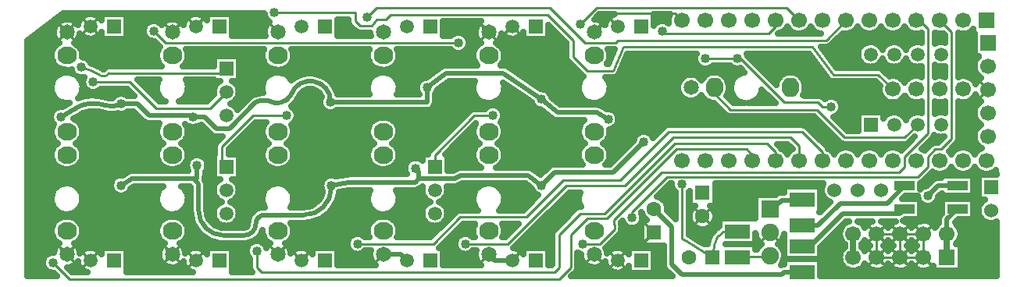
<source format=gtl>
G04 DipTrace 3.0.0.2*
G04 magpie_midi01.GTL*
%MOIN*%
G04 #@! TF.FileFunction,Copper,L1,Top*
G04 #@! TF.Part,Single*
%AMOUTLINE0*
4,1,16,
0.0375,0.005,
0.033786,0.02127,
0.023381,0.034319,
0.008345,0.04156,
-0.008345,0.04156,
-0.023382,0.034319,
-0.033786,0.02127,
-0.0375,0.005,
-0.0375,-0.005,
-0.033786,-0.02127,
-0.023381,-0.034319,
-0.008345,-0.04156,
0.008345,-0.04156,
0.023382,-0.034319,
0.033786,-0.02127,
0.0375,-0.005,
0.0375,0.005,
0*%
%AMOUTLINE3*
4,1,16,
0.005,-0.0375,
0.02127,-0.033786,
0.034319,-0.023381,
0.04156,-0.008345,
0.04156,0.008345,
0.034319,0.023382,
0.02127,0.033786,
0.005,0.0375,
-0.005,0.0375,
-0.02127,0.033786,
-0.034319,0.023381,
-0.04156,0.008345,
-0.04156,-0.008345,
-0.034319,-0.023382,
-0.02127,-0.033786,
-0.005,-0.0375,
0.005,-0.0375,
0*%
%AMOUTLINE6*
4,1,16,
-0.005,0.0375,
-0.02127,0.033786,
-0.034319,0.023381,
-0.04156,0.008345,
-0.04156,-0.008345,
-0.034319,-0.023382,
-0.02127,-0.033786,
-0.005,-0.0375,
0.005,-0.0375,
0.02127,-0.033786,
0.034319,-0.023381,
0.04156,-0.008345,
0.04156,0.008345,
0.034319,0.023382,
0.02127,0.033786,
0.005,0.0375,
-0.005,0.0375,
0*%
G04 #@! TA.AperFunction,CopperBalancing*
%ADD13C,0.025*%
G04 #@! TA.AperFunction,Conductor*
%ADD14C,0.02*%
%ADD15C,0.01*%
G04 #@! TA.AperFunction,CopperBalancing*
%ADD16C,0.013*%
G04 #@! TA.AperFunction,ComponentPad*
%ADD17R,0.059055X0.059055*%
%ADD18C,0.059055*%
%ADD21R,0.062992X0.062992*%
%ADD22C,0.062992*%
%ADD27R,0.066929X0.066929*%
%ADD28C,0.066929*%
%ADD32C,0.065*%
%ADD33C,0.066929*%
%ADD34R,0.106299X0.062992*%
%ADD35R,0.086614X0.03937*%
G04 #@! TA.AperFunction,ComponentPad*
%ADD36C,0.06*%
%ADD37C,0.06*%
%ADD39R,0.074803X0.074803*%
%ADD40C,0.074803*%
%ADD41R,0.06X0.06*%
G04 #@! TA.AperFunction,ViaPad*
%ADD42C,0.04*%
G04 #@! TA.AperFunction,ComponentPad*
%ADD95OUTLINE0*%
%ADD98OUTLINE3*%
%ADD101OUTLINE6*%
%FSLAX26Y26*%
G04*
G70*
G90*
G75*
G01*
G04 Top*
%LPD*%
X3950255Y506500D2*
D13*
Y606500D1*
X4268593Y769087D2*
D14*
X4312256Y812749D1*
X4393794D1*
X4350255Y506500D2*
D13*
Y606500D1*
D14*
Y669210D1*
X4393794Y712749D1*
X825201Y1162749D2*
X894000D1*
X944000Y1112749D1*
X1126626D1*
Y1101626D1*
X1131500Y1106500D1*
X1719000Y1169000D2*
X2131500D1*
Y1231500D1*
X2212751Y1294000D1*
X2456500D1*
X2619000Y1181500D1*
X2687749Y1125249D1*
X2856500D1*
X2903898Y1096602D1*
X3594000Y712749D2*
X3606500D1*
X3644000Y750249D1*
X3727513D1*
X3731500Y754236D1*
X1131500Y1106500D2*
X1181500D1*
X1231500Y1056500D1*
X1287751D1*
X1400251Y1169000D1*
X1419000Y1175249D1*
G02X1456500Y1175249I18750J-81462D01*
G01*
G03X1550251Y1200249I34375J59375D01*
G01*
G02X1719000Y1169000I82230J-27204D01*
G01*
X569000Y1106500D2*
X631500Y1144000D1*
G02X756500Y1156500I75749J-126238D01*
G01*
G03X825201Y1162749I27563J77736D01*
G01*
X2619000Y814000D2*
X2562751Y856500D1*
X2275251D1*
X2250251Y844000D1*
X2096837D1*
X2080799Y827962D1*
X1793942D1*
X1722701Y814000D1*
X2096837Y844000D2*
Y872412D1*
X2081500Y887749D1*
X2619000Y814000D2*
X2674000Y869000D1*
X2925251D1*
X3056500Y1000249D1*
X3731500Y444000D2*
X3656500D1*
X3644000Y431500D1*
X3219000D1*
X3175251Y475249D1*
Y637751D1*
X3100251Y712751D1*
X825201Y814000D2*
X873298Y843633D1*
X1117507D1*
X1150251D1*
Y900249D1*
X1117507Y843633D2*
G02X1156500Y806500I2999J-35891D01*
G01*
Y706500D1*
G03X1262751Y600249I106251J0D01*
G01*
X1350251D1*
G03X1400251Y650249I-3J50003D01*
G01*
G02X1437751Y687749I37498J2D01*
G01*
X1606500D1*
G03X1722701Y803950I-1J116202D01*
G01*
Y814000D1*
X4050255Y506500D2*
D15*
Y606500D1*
X4150255Y506500D2*
Y606500D1*
X4250255Y506500D2*
Y606500D1*
X4150255D1*
X4050255D1*
Y506500D2*
X4150255D1*
X4250255D1*
X4050255D2*
X4150255Y606500D1*
X4250255Y506500D1*
Y606500D2*
X4150255Y506500D1*
X4050255Y606500D1*
X1944000Y519501D2*
D14*
X2018499D1*
X2044000Y494000D1*
X2494000D2*
X2419501D1*
X2394000Y519501D1*
X3219000Y1519000D2*
D15*
X3187751Y1550249D1*
X2925751D1*
X2844000Y1468499D1*
X3619000Y1519000D2*
Y1494000D1*
X3589000Y1464000D1*
X3144000D1*
X3134000Y1474000D1*
X3719000Y1519000D2*
X3664000Y1574000D1*
X2854000D1*
X2784000Y1504000D1*
X3919000Y1519000D2*
X3834000Y1434000D1*
X2944000D1*
X2934000Y1424000D1*
X2804000D1*
X2654000Y1574000D1*
X1914000D1*
X1874000Y1534000D1*
X1480045Y1551887D2*
X1824000D1*
Y1516430D1*
X1844000Y1496430D1*
X1894000D1*
X1914000Y1524000D1*
X1954000D1*
X1974000Y1544000D1*
X2644000D1*
X2754000Y1434000D1*
Y1364000D1*
X2814000Y1304000D1*
X2924000D1*
X2967245Y1405934D1*
X3775524D1*
X3865152Y1287749D1*
X4056500D1*
X4119000Y1225249D1*
X2265109Y1423554D2*
X1014446D1*
X964000Y1474000D1*
X3006500Y675249D2*
Y700249D1*
X3156500Y850249D1*
X4225249D1*
X4269000Y894000D1*
Y937749D1*
X4300251Y969000D1*
X4325251D1*
X4369000Y1012749D1*
Y1469000D1*
X4319000Y1519000D1*
X2794000Y564000D2*
X2870251D1*
X2931873Y625622D1*
X2928861Y666360D1*
X3131501Y869000D1*
X4144000D1*
X4169000Y894000D1*
Y937749D1*
X4269000Y1037749D1*
Y1481500D1*
X4231500Y1519000D1*
X4219000D1*
X1274000Y1214000D2*
X1204000Y1144000D1*
X975249D1*
X862749Y1256500D1*
X706500D1*
X3519000Y919000D2*
Y944000D1*
X3494000Y969000D1*
X3194000D1*
X2898277Y673277D1*
X2864865D1*
X2865588Y674000D1*
X2814000D1*
X2744000Y604000D1*
Y464000D1*
X2694000Y414000D1*
X604000D1*
X534000Y484000D1*
X3619000Y919000D2*
Y956500D1*
X3581500Y994000D1*
X3187751D1*
X2887751Y694000D1*
X2784000D1*
X2694000Y604000D1*
Y464000D1*
X2674000Y444000D1*
X1424000D1*
X1404000Y464000D1*
Y534000D1*
X3719000Y919000D2*
Y981500D1*
X3681500Y1019000D1*
X3181501D1*
X2975251Y812749D1*
X2725249D1*
X2476500Y564000D1*
X2294000D1*
X3819000Y919000D2*
Y956500D1*
X3731500Y1044000D1*
X3162751D1*
X2956500Y837749D1*
X2712749D1*
X2553749Y678749D1*
X2272940D1*
X2158190Y564000D1*
X1834000D1*
X1274000Y894000D2*
X1255255Y897157D1*
Y980253D1*
X1387802Y1112801D1*
X1531381D1*
X656500Y1319000D2*
X694000Y1306500D1*
G02X731500Y1287749I-46850J-140572D01*
G01*
G03X774181Y1294031I19106J18322D01*
G01*
X1274000D1*
Y1314000D1*
X3357000Y1231500D2*
Y1205999D1*
X3425249Y1137749D1*
X3794000D1*
X3912749Y1019000D1*
X4169000D1*
X4224000Y1074000D1*
X3350249Y506500D2*
X3237751Y575249D1*
X3219000Y587751D1*
Y819000D1*
X3350249Y506500D2*
X3356500Y556500D1*
G02X3398350Y616736I78363J-9788D01*
G01*
X3456500D1*
X3319000Y1356500D2*
X3467467D1*
X3654967Y1169000D1*
X3800249D1*
X3819000Y1150249D1*
X3856500D1*
X3456500Y1356500D2*
X3467467D1*
X4168991Y812749D2*
D14*
X4093991Y737749D1*
X3894000D1*
X3800251Y644000D1*
X3731500D1*
Y554236D2*
X3766736D1*
X3906500Y694000D1*
X4150241D1*
X4168991Y712749D1*
X3594000Y512749D2*
D15*
X3456500Y506500D1*
X2164000Y894000D2*
Y943999D1*
X2332751Y1112749D1*
X2412751D1*
D42*
X4268593Y769087D3*
X825201Y1162749D3*
X1131500Y1106500D3*
X1719000Y1169000D3*
X2619000Y1181500D3*
X2903898Y1096602D3*
X2131500Y1231500D3*
X1719000Y1169000D3*
X569000Y1106500D3*
X825201Y1162749D3*
X2619000Y814000D3*
X1722701D3*
X2081500Y887749D3*
X3056500Y1000249D3*
X2619000Y814000D3*
X3056500Y1000249D3*
X825201Y814000D3*
X1150251Y900249D3*
X3134000Y1474000D3*
X2784000Y1504000D3*
X1874000Y1534000D3*
X1480045Y1551887D3*
X2265109Y1423554D3*
X964000Y1474000D3*
D3*
X3006500Y675249D3*
X2794000Y564000D3*
X706500Y1256500D3*
X534000Y484000D3*
X1404000Y534000D3*
X2294000Y564000D3*
X1834000D3*
X1531381Y1112801D3*
X3219000Y819000D3*
X3319000Y1356500D3*
X3856500Y1150249D3*
X2412751Y1112749D3*
X3244000Y1369000D3*
X2919000Y962749D3*
X2537751Y1312749D3*
X3143711Y1075304D3*
X881500Y1375249D3*
X1394000Y1344000D3*
X1775251Y1362749D3*
X2637751Y625249D3*
X4425251Y1006500D3*
X4506068Y637850D3*
X4500251Y506500D3*
X3856500Y456500D3*
X3469000Y800249D3*
X3537751Y1356500D3*
X3968625Y1231538D3*
X4174853Y1162795D3*
X2075251Y650249D3*
X2206500Y1112749D3*
X2669000Y1444000D3*
X2169000Y1350249D3*
X3181500Y700249D3*
X3162751Y806500D3*
X1400251Y1006500D3*
X1369000Y975249D3*
X2325251Y506500D3*
X456500Y1006500D3*
X3456500Y1356500D3*
X494000Y1406500D3*
Y1344000D3*
X656500Y1319000D3*
X549650Y1525381D2*
D13*
X648752D1*
X849504D2*
X1098752D1*
X1299504D2*
X1443039D1*
X2848185D2*
X2898752D1*
X3099504D2*
X3159884D1*
X517326Y1500512D2*
X545529D1*
X849504D2*
X927023D1*
X1299504D2*
X1445529D1*
X1749504D2*
X1797873D1*
X2199504D2*
X2345529D1*
X485002Y1475643D2*
X535959D1*
X849504D2*
X918039D1*
X1299504D2*
X1435959D1*
X1749504D2*
X1822043D1*
X2199504D2*
X2335959D1*
X2649504D2*
X2669552D1*
X3658439D2*
X3679562D1*
X3758439D2*
X3779562D1*
X3958439D2*
X3979562D1*
X4058439D2*
X4079562D1*
X4158439D2*
X4179562D1*
X452677Y1450774D2*
X538400D1*
X649601D2*
X660763D1*
X727238D2*
X738449D1*
X849504D2*
X924728D1*
X2301554D2*
X2338400D1*
X2449601D2*
X2460763D1*
X2527238D2*
X2538449D1*
X2649504D2*
X2694455D1*
X3893547D2*
X4238009D1*
X4299992D2*
X4338009D1*
X4399992D2*
X4464523D1*
X427751Y1425906D2*
X555148D1*
X632853D2*
X969308D1*
X2311027D2*
X2355148D1*
X2432853D2*
X2719308D1*
X3868693D2*
X4010666D1*
X4037322D2*
X4110666D1*
X4137322D2*
X4210666D1*
X4299992D2*
X4310666D1*
X4399992D2*
X4464523D1*
X427751Y1401037D2*
X535519D1*
X652482D2*
X985519D1*
X2304826D2*
X2335519D1*
X2452482D2*
X2723019D1*
X3817472D2*
X3975900D1*
X4399992D2*
X4464523D1*
X427751Y1376168D2*
X526437D1*
X661564D2*
X976437D1*
X1111564D2*
X1426437D1*
X1561564D2*
X1876437D1*
X2011564D2*
X2326437D1*
X2461564D2*
X2723019D1*
X2911564D2*
X2921202D1*
X2988078D2*
X3277707D1*
X3497795D2*
X3759836D1*
X3836369D2*
X3968527D1*
X4399992D2*
X4464523D1*
X427751Y1351299D2*
X528195D1*
X688127D2*
X978195D1*
X1109806D2*
X1218478D1*
X1329533D2*
X1428195D1*
X1559806D2*
X1878195D1*
X2009806D2*
X2328195D1*
X2459806D2*
X2725998D1*
X2977531D2*
X3273312D1*
X3515470D2*
X3778683D1*
X3855216D2*
X3973556D1*
X4399992D2*
X4471506D1*
X427751Y1326430D2*
X542941D1*
X723283D2*
X992941D1*
X1095060D2*
X1218478D1*
X1329533D2*
X1442941D1*
X1545060D2*
X1892941D1*
X1995060D2*
X2201925D1*
X2467326D2*
X2748800D1*
X2966984D2*
X3285080D1*
X3352922D2*
X3422580D1*
X3540324D2*
X3797580D1*
X3874064D2*
X3998068D1*
X4049943D2*
X4098068D1*
X4149943D2*
X4198068D1*
X4399992D2*
X4464572D1*
X427751Y1301562D2*
X614132D1*
X1329533D2*
X2165158D1*
X2506925D2*
X2773654D1*
X2956388D2*
X3479611D1*
X3565177D2*
X3816427D1*
X4085490D2*
X4238009D1*
X4299992D2*
X4338009D1*
X4399992D2*
X4469162D1*
X427751Y1276693D2*
X543527D1*
X1329533D2*
X1443527D1*
X1544474D2*
X1569650D1*
X1695353D2*
X1893527D1*
X1994474D2*
X2132834D1*
X2542814D2*
X2793527D1*
X2934611D2*
X3221408D1*
X3292570D2*
X3309763D1*
X3404240D2*
X3443527D1*
X3590080D2*
X3634738D1*
X3729240D2*
X3835275D1*
X4145988D2*
X4192013D1*
X4445988D2*
X4489767D1*
X427751Y1251824D2*
X528293D1*
X910197D2*
X978293D1*
X1109757D2*
X1234347D1*
X1313664D2*
X1428293D1*
X1725578D2*
X1878293D1*
X2009757D2*
X2090549D1*
X2215324D2*
X2328293D1*
X2578752D2*
X2778293D1*
X2909757D2*
X3202316D1*
X3417570D2*
X3428207D1*
X3742619D2*
X4049631D1*
X427751Y1226955D2*
X525558D1*
X662443D2*
X672063D1*
X740910D2*
X849484D1*
X935099D2*
X975558D1*
X1112443D2*
X1220090D1*
X1327922D2*
X1425558D1*
X1742277D2*
X1875558D1*
X2012443D2*
X2085715D1*
X2183000D2*
X2325558D1*
X2462443D2*
X2492013D1*
X2614689D2*
X2775558D1*
X2912443D2*
X3198703D1*
X3745500D2*
X4059543D1*
X427751Y1202087D2*
X532590D1*
X655412D2*
X804123D1*
X846281D2*
X874386D1*
X959953D2*
X982590D1*
X1105412D2*
X1219308D1*
X1328166D2*
X1391134D1*
X1590568D2*
X1674289D1*
X2167472D2*
X2332590D1*
X2455412D2*
X2527951D1*
X2659806D2*
X2782590D1*
X2905412D2*
X3206857D1*
X3415324D2*
X3432573D1*
X3555363D2*
X3579074D1*
X3740324D2*
X4064474D1*
X427751Y1177218D2*
X553390D1*
X984806D2*
X1003390D1*
X1084660D2*
X1194455D1*
X1314689D2*
X1358615D1*
X1577629D2*
X1673800D1*
X2167472D2*
X2353390D1*
X2434660D2*
X2563840D1*
X2679631D2*
X2803390D1*
X2884660D2*
X3240744D1*
X3273283D2*
X3318722D1*
X3428556D2*
X3453244D1*
X3534660D2*
X3603976D1*
X3893107D2*
X4085861D1*
X4152140D2*
X4185861D1*
X4452140D2*
X4488986D1*
X427751Y1152349D2*
X577804D1*
X1313127D2*
X1333761D1*
X1553752D2*
X1676291D1*
X2163078D2*
X2392257D1*
X2433244D2*
X2584201D1*
X2878898D2*
X3367843D1*
X3902433D2*
X4238009D1*
X4299992D2*
X4338009D1*
X4399992D2*
X4472091D1*
X427751Y1127480D2*
X528390D1*
X680656D2*
X733664D1*
X853166D2*
X879416D1*
X1574845D2*
X1703537D1*
X1734465D2*
X2304709D1*
X2456193D2*
X2629660D1*
X2937052D2*
X3392746D1*
X3896086D2*
X4238009D1*
X4299992D2*
X4338009D1*
X4399992D2*
X4464621D1*
X427751Y1102612D2*
X523166D1*
X630119D2*
X904269D1*
X1576164D2*
X1925656D1*
X1962345D2*
X2279806D1*
X2457560D2*
X2660031D1*
X2949504D2*
X3786349D1*
X3871916D2*
X3968478D1*
X4399992D2*
X4468722D1*
X427751Y1077743D2*
X533859D1*
X651652D2*
X986349D1*
X1395549D2*
X1436349D1*
X1559611D2*
X1886349D1*
X2001652D2*
X2254953D1*
X2451652D2*
X2786349D1*
X2945597D2*
X3811203D1*
X3896769D2*
X3968478D1*
X4399992D2*
X4488254D1*
X427751Y1052874D2*
X526486D1*
X661515D2*
X976486D1*
X1111515D2*
X1185275D1*
X1370646D2*
X1426486D1*
X1561515D2*
X1876486D1*
X2011515D2*
X2230099D1*
X2315666D2*
X2326463D1*
X2461515D2*
X2776486D1*
X2911515D2*
X3128830D1*
X3765422D2*
X3836105D1*
X3921672D2*
X3968478D1*
X4399992D2*
X4472384D1*
X427751Y1028005D2*
X527560D1*
X660441D2*
X977560D1*
X1110441D2*
X1211398D1*
X1345793D2*
X1427560D1*
X1560441D2*
X1877560D1*
X2010441D2*
X2205197D1*
X2290812D2*
X2327560D1*
X2460441D2*
X2777560D1*
X2910441D2*
X3020529D1*
X3092472D2*
X3103978D1*
X3790275D2*
X3860959D1*
X4399992D2*
X4464670D1*
X427751Y1003136D2*
X540939D1*
X647062D2*
X990939D1*
X1097062D2*
X1235373D1*
X1320939D2*
X1440939D1*
X1547062D2*
X1890939D1*
X1997062D2*
X2180343D1*
X2265910D2*
X2340939D1*
X2447062D2*
X2790939D1*
X2897062D2*
X3009543D1*
X3815129D2*
X3885812D1*
X4277189D2*
X4316623D1*
X4398332D2*
X4468478D1*
X427751Y978268D2*
X536105D1*
X651896D2*
X986105D1*
X1101896D2*
X1224289D1*
X1296037D2*
X1436105D1*
X1551896D2*
X1886105D1*
X2001896D2*
X2155490D1*
X2241056D2*
X2336105D1*
X2451896D2*
X2786105D1*
X2901896D2*
X2984640D1*
X3640031D2*
X3679465D1*
X3840031D2*
X4166720D1*
X4252287D2*
X4266720D1*
X4377287D2*
X4487521D1*
X427751Y953399D2*
X526437D1*
X661515D2*
X976437D1*
X1111515D2*
X1224289D1*
X1286222D2*
X1426437D1*
X1561515D2*
X1876437D1*
X2011515D2*
X2134591D1*
X2216203D2*
X2326437D1*
X2461515D2*
X2776437D1*
X2911515D2*
X2959787D1*
X427751Y928530D2*
X527707D1*
X660295D2*
X977707D1*
X1185783D2*
X1218478D1*
X1329533D2*
X1427707D1*
X1560295D2*
X1877707D1*
X2010295D2*
X2063840D1*
X2099162D2*
X2108460D1*
X2219523D2*
X2327707D1*
X2460295D2*
X2777707D1*
X2910295D2*
X2934933D1*
X427751Y903661D2*
X541476D1*
X646525D2*
X991476D1*
X1096525D2*
X1104362D1*
X1196134D2*
X1218478D1*
X1329533D2*
X1441476D1*
X1546525D2*
X1891476D1*
X1996525D2*
X2038498D1*
X2219523D2*
X2341476D1*
X2446525D2*
X2791476D1*
X2896525D2*
X2910068D1*
X427751Y878793D2*
X1109933D1*
X1190568D2*
X1218478D1*
X1329533D2*
X2036447D1*
X2219523D2*
X2242453D1*
X2591300D2*
X2633957D1*
X4361857D2*
X4376144D1*
X4461857D2*
X4476144D1*
X427751Y853924D2*
X805441D1*
X1186222D2*
X1218478D1*
X1329533D2*
X1702951D1*
X4271720D2*
X4324484D1*
X4463078D2*
X4481320D1*
X427751Y829055D2*
X781906D1*
X1189103D2*
X1231711D1*
X1316300D2*
X1679367D1*
X4246769D2*
X4278683D1*
X4463078D2*
X4481320D1*
X427751Y804186D2*
X546115D1*
X641886D2*
X780343D1*
X875627D2*
X996115D1*
X1091886D2*
X1120529D1*
X1192472D2*
X1219455D1*
X1328556D2*
X1446115D1*
X1541886D2*
X1677804D1*
X2218547D2*
X2346115D1*
X2441886D2*
X2573947D1*
X3153215D2*
X3175607D1*
X3364006D2*
X3652365D1*
X4463078D2*
X4481320D1*
X427751Y779318D2*
X529269D1*
X658732D2*
X796457D1*
X853947D2*
X979269D1*
X1108732D2*
X1120485D1*
X1192472D2*
X1220529D1*
X1327433D2*
X1429269D1*
X1558732D2*
X1682736D1*
X1756486D2*
X1879269D1*
X2008732D2*
X2110568D1*
X2217472D2*
X2329269D1*
X2458732D2*
X2590256D1*
X2734611D2*
X2779269D1*
X3128361D2*
X3188009D1*
X3364006D2*
X3624875D1*
X4463078D2*
X4481320D1*
X427751Y754449D2*
X525168D1*
X662834D2*
X975168D1*
X1112834D2*
X1120507D1*
X1192472D2*
X1236203D1*
X1311808D2*
X1425168D1*
X1562834D2*
X1670090D1*
X1749992D2*
X1875168D1*
X2012834D2*
X2126193D1*
X2201799D2*
X2325168D1*
X2462834D2*
X2586642D1*
X2709757D2*
X2775168D1*
X3138615D2*
X3188009D1*
X3364006D2*
X3530588D1*
X3810636D2*
X3830197D1*
X4312052D2*
X4324484D1*
X4463078D2*
X4481320D1*
X427751Y729580D2*
X531271D1*
X656730D2*
X981271D1*
X1106730D2*
X1120493D1*
X1192472D2*
X1232199D1*
X1315812D2*
X1431271D1*
X1556730D2*
X1639621D1*
X1738908D2*
X1881271D1*
X2006730D2*
X2122189D1*
X2205802D2*
X2331271D1*
X2456730D2*
X2561789D1*
X2684855D2*
X2781271D1*
X3155119D2*
X3188009D1*
X3364006D2*
X3530588D1*
X3810636D2*
X3835959D1*
X4238322D2*
X4247873D1*
X4289299D2*
X4324484D1*
X4463078D2*
X4486496D1*
X427751Y704711D2*
X550119D1*
X637882D2*
X1000119D1*
X1087882D2*
X1120578D1*
X1192668D2*
X1219552D1*
X1328459D2*
X1389816D1*
X1720744D2*
X1900119D1*
X1987882D2*
X2109543D1*
X2218449D2*
X2258713D1*
X2660002D2*
X2751925D1*
X3158146D2*
X3188009D1*
X3358879D2*
X3530588D1*
X4238322D2*
X4324484D1*
X4463078D2*
X4481369D1*
X427751Y679843D2*
X581027D1*
X606974D2*
X1031027D1*
X1056974D2*
X1123312D1*
X1197697D2*
X1220382D1*
X1327580D2*
X1370773D1*
X1692228D2*
X1931027D1*
X1956974D2*
X2110422D1*
X2217619D2*
X2231228D1*
X2635148D2*
X2727072D1*
X3363957D2*
X3530588D1*
X4238322D2*
X4315988D1*
X4463078D2*
X4488498D1*
X427751Y654974D2*
X537033D1*
X650968D2*
X987033D1*
X1100968D2*
X1130392D1*
X1214006D2*
X1235617D1*
X1312394D2*
X1364523D1*
X1620939D2*
X1887033D1*
X2000968D2*
X2125607D1*
X2610246D2*
X2702170D1*
X3357170D2*
X3377365D1*
X3982658D2*
X4017843D1*
X4082658D2*
X4117843D1*
X4182658D2*
X4217843D1*
X4282658D2*
X4314279D1*
X4386222D2*
X4520724D1*
X427751Y630105D2*
X526584D1*
X661418D2*
X976584D1*
X1111418D2*
X1143527D1*
X1561418D2*
X1876584D1*
X2011418D2*
X2181515D1*
X2267082D2*
X2326584D1*
X2461418D2*
X2499826D1*
X2585392D2*
X2677316D1*
X2962590D2*
X3042746D1*
X3249992D2*
X3284445D1*
X3328556D2*
X3364865D1*
X4404582D2*
X4559054D1*
X427751Y605236D2*
X527218D1*
X660783D2*
X977218D1*
X1110783D2*
X1164132D1*
X1560783D2*
X1817648D1*
X1850334D2*
X1877218D1*
X2010783D2*
X2156662D1*
X2242228D2*
X2277658D1*
X2310343D2*
X2327218D1*
X2460783D2*
X2474972D1*
X2560539D2*
X2663058D1*
X2954289D2*
X3042746D1*
X3249992D2*
X3342404D1*
X3867570D2*
X3890793D1*
X4409709D2*
X4559201D1*
X427751Y580367D2*
X539767D1*
X648234D2*
X989767D1*
X1098234D2*
X1200607D1*
X1398234D2*
X1439767D1*
X1548234D2*
X1791183D1*
X2217326D2*
X2251193D1*
X2535636D2*
X2663009D1*
X2929386D2*
X3042746D1*
X3286515D2*
X3330490D1*
X3842716D2*
X3897140D1*
X4403361D2*
X4559347D1*
X427751Y555499D2*
X548605D1*
X639396D2*
X998605D1*
X1089396D2*
X1363693D1*
X1539396D2*
X1788840D1*
X2192472D2*
X2248849D1*
X2510783D2*
X2663009D1*
X2904533D2*
X3139279D1*
X3535636D2*
X3548117D1*
X3639884D2*
X3652365D1*
X3817863D2*
X3911789D1*
X3988761D2*
X4018722D1*
X4081828D2*
X4118722D1*
X4181828D2*
X4218722D1*
X4409709D2*
X4559494D1*
X427751Y530630D2*
X536593D1*
X849504D2*
X986593D1*
X1299504D2*
X1358127D1*
X1749504D2*
X1803586D1*
X1864396D2*
X1886593D1*
X2199504D2*
X2263595D1*
X2324406D2*
X2336593D1*
X2649504D2*
X2663009D1*
X3099504D2*
X3139279D1*
X3810636D2*
X3896164D1*
X4409709D2*
X4559591D1*
X427751Y505761D2*
X493820D1*
X849504D2*
X987228D1*
X1299504D2*
X1368429D1*
X1749504D2*
X1887228D1*
X2199504D2*
X2337228D1*
X2649504D2*
X2663009D1*
X2774992D2*
X2787228D1*
X3099504D2*
X3139279D1*
X3810636D2*
X3890793D1*
X4409709D2*
X4559738D1*
X427751Y480892D2*
X488107D1*
X849504D2*
X1000949D1*
X1299504D2*
X1373019D1*
X1749504D2*
X1900949D1*
X2199504D2*
X2350949D1*
X2649504D2*
X2663009D1*
X2774992D2*
X2800949D1*
X3099504D2*
X3139279D1*
X3810636D2*
X3896847D1*
X4409709D2*
X4559884D1*
X427751Y456024D2*
X498166D1*
X604777D2*
X654513D1*
X849504D2*
X1104513D1*
X1299504D2*
X1374142D1*
X2773869D2*
X2904513D1*
X3099504D2*
X3145334D1*
X3810636D2*
X3921359D1*
X3979142D2*
X4021359D1*
X4079142D2*
X4121359D1*
X4179142D2*
X4221359D1*
X4279142D2*
X4290788D1*
X4409709D2*
X4560031D1*
X427751Y431155D2*
X544064D1*
X2753947D2*
X3169504D1*
X3810636D2*
X4560129D1*
X3983472Y1127028D2*
X4077028D1*
Y1098561D1*
X4081100Y1105169D1*
X4086504Y1111496D1*
X4092831Y1116900D1*
X4099926Y1121248D1*
X4107614Y1124432D1*
X4115705Y1126375D1*
X4124000Y1127028D1*
X4132295Y1126375D1*
X4140386Y1124432D1*
X4148074Y1121248D1*
X4155169Y1116900D1*
X4161496Y1111496D1*
X4166900Y1105169D1*
X4171248Y1098074D1*
X4173976Y1091622D1*
X4176752Y1098074D1*
X4181100Y1105169D1*
X4186504Y1111496D1*
X4192831Y1116900D1*
X4199926Y1121248D1*
X4207614Y1124432D1*
X4215705Y1126375D1*
X4224000Y1127028D1*
X4232295Y1126375D1*
X4240524Y1124382D1*
X4240500Y1172466D1*
X4232298Y1169859D1*
X4223469Y1168460D1*
X4214531D1*
X4205702Y1169859D1*
X4197201Y1172621D1*
X4189236Y1176679D1*
X4182004Y1181933D1*
X4175684Y1188254D1*
X4170430Y1195485D1*
X4169021Y1198001D1*
X4165085Y1191766D1*
X4159280Y1184969D1*
X4152483Y1179164D1*
X4144861Y1174494D1*
X4136603Y1171073D1*
X4127911Y1168986D1*
X4119000Y1168285D1*
X4110089Y1168986D1*
X4101397Y1171073D1*
X4093139Y1174494D1*
X4085517Y1179164D1*
X4078720Y1184969D1*
X4072915Y1191766D1*
X4068244Y1199388D1*
X4064823Y1207646D1*
X4062737Y1216338D1*
X4062035Y1225249D1*
X4062737Y1234161D1*
X4064003Y1239943D1*
X4044675Y1259269D1*
X3862916Y1259337D1*
X3856345Y1260644D1*
X3850261Y1263449D1*
X3845000Y1267597D1*
X3842444Y1270528D1*
X3761335Y1377479D1*
X3494615Y1377434D1*
X3497871Y1369942D1*
X3499097Y1365150D1*
X3621756Y1242516D1*
X3626405Y1261521D1*
X3629050Y1266371D1*
X3641451Y1281867D1*
X3645672Y1285432D1*
X3658447Y1291821D1*
X3666897Y1295569D1*
X3672338Y1296525D1*
X3692190Y1296489D1*
X3697608Y1295412D1*
X3710567Y1289407D1*
X3718766Y1285137D1*
X3722905Y1281479D1*
X3735254Y1265937D1*
X3737789Y1261029D1*
X3741174Y1247154D1*
X3742948Y1238083D1*
X3742929Y1224658D1*
X3742412Y1221272D1*
X3737598Y1201482D1*
X3735995Y1198261D1*
X3742467Y1197500D1*
X3802485Y1197412D1*
X3809056Y1196105D1*
X3815141Y1193300D1*
X3820402Y1189153D1*
X3820633Y1188902D1*
X3827204Y1182351D1*
X3833771Y1187339D1*
X3839853Y1190438D1*
X3846345Y1192547D1*
X3853087Y1193615D1*
X3859913D1*
X3866655Y1192547D1*
X3873147Y1190438D1*
X3879229Y1187339D1*
X3884751Y1183327D1*
X3889578Y1178500D1*
X3893590Y1172978D1*
X3896689Y1166896D1*
X3898798Y1160404D1*
X3899866Y1153662D1*
Y1146836D1*
X3898798Y1140094D1*
X3896689Y1133603D1*
X3893590Y1127521D1*
X3889578Y1121998D1*
X3884751Y1117172D1*
X3879229Y1113159D1*
X3873147Y1110061D1*
X3866655Y1107951D1*
X3864522Y1107527D1*
X3924534Y1047520D1*
X3971001Y1047500D1*
X3970972Y1127028D1*
X3983472D1*
X4339181Y1023228D2*
X4332295Y1021625D1*
X4324000Y1020972D1*
X4315705Y1021625D1*
X4307614Y1023568D1*
X4299926Y1026752D1*
X4296090Y1028922D1*
X4293300Y1022858D1*
X4289153Y1017597D1*
X4242438Y970882D1*
X4248764Y967570D1*
X4254472Y963517D1*
X4281741Y990672D1*
X4287312Y994394D1*
X4293597Y996713D1*
X4300251Y997500D1*
X4300591Y997487D1*
X4313483Y997500D1*
X4339107Y1023161D1*
X4297499Y1119889D2*
X4303707Y1122991D1*
X4311621Y1125562D1*
X4319840Y1126864D1*
X4328160D1*
X4336379Y1125562D1*
X4340524Y1124382D1*
X4340500Y1172466D1*
X4332298Y1169859D1*
X4323469Y1168460D1*
X4314531D1*
X4305702Y1169859D1*
X4297479Y1172518D1*
X4297500Y1119928D1*
X4340517Y1323625D2*
X4332262Y1321620D1*
X4324795Y1320978D1*
X4317313Y1321396D1*
X4309965Y1322864D1*
X4302896Y1325353D1*
X4297490Y1328091D1*
X4297500Y1278033D1*
X4305702Y1280640D1*
X4314531Y1282038D1*
X4323469D1*
X4332298Y1280640D1*
X4340521Y1277981D1*
X4340500Y1323638D1*
X4297488Y1419916D2*
X4304576Y1423342D1*
X4311726Y1425587D1*
X4319120Y1426803D1*
X4326612Y1426963D1*
X4334052Y1426066D1*
X4340519Y1424375D1*
X4340500Y1457232D1*
X4333690Y1464005D1*
X4327911Y1462737D1*
X4319000Y1462035D1*
X4310089Y1462737D1*
X4301397Y1464823D1*
X4297479Y1466269D1*
X4297500Y1419928D1*
X4240524Y1323618D2*
X4232295Y1321625D1*
X4224000Y1320972D1*
X4215705Y1321625D1*
X4207614Y1323568D1*
X4199926Y1326752D1*
X4192831Y1331100D1*
X4186504Y1336504D1*
X4181100Y1342831D1*
X4176752Y1349926D1*
X4174024Y1356378D1*
X4171248Y1349926D1*
X4166900Y1342831D1*
X4161496Y1336504D1*
X4155169Y1331100D1*
X4148074Y1326752D1*
X4140386Y1323568D1*
X4132295Y1321625D1*
X4124000Y1320972D1*
X4115705Y1321625D1*
X4107614Y1323568D1*
X4099926Y1326752D1*
X4092831Y1331100D1*
X4086504Y1336504D1*
X4081100Y1342831D1*
X4076752Y1349926D1*
X4074024Y1356378D1*
X4071248Y1349926D1*
X4066900Y1342831D1*
X4061496Y1336504D1*
X4055169Y1331100D1*
X4048074Y1326752D1*
X4040386Y1323568D1*
X4032295Y1321625D1*
X4024000Y1320972D1*
X4015705Y1321625D1*
X4007614Y1323568D1*
X3999926Y1326752D1*
X3992831Y1331100D1*
X3986504Y1336504D1*
X3981100Y1342831D1*
X3976752Y1349926D1*
X3973568Y1357614D1*
X3971625Y1365705D1*
X3970972Y1374000D1*
X3971625Y1382295D1*
X3973568Y1390386D1*
X3976752Y1398074D1*
X3981100Y1405169D1*
X3986504Y1411496D1*
X3992831Y1416900D1*
X3999926Y1421248D1*
X4007614Y1424432D1*
X4015705Y1426375D1*
X4024000Y1427028D1*
X4032295Y1426375D1*
X4040386Y1424432D1*
X4048074Y1421248D1*
X4055169Y1416900D1*
X4061496Y1411496D1*
X4066900Y1405169D1*
X4071248Y1398074D1*
X4073976Y1391622D1*
X4076752Y1398074D1*
X4081100Y1405169D1*
X4086504Y1411496D1*
X4092831Y1416900D1*
X4099926Y1421248D1*
X4107614Y1424432D1*
X4115705Y1426375D1*
X4124000Y1427028D1*
X4132295Y1426375D1*
X4140386Y1424432D1*
X4148074Y1421248D1*
X4155169Y1416900D1*
X4161496Y1411496D1*
X4166900Y1405169D1*
X4171248Y1398074D1*
X4173976Y1391622D1*
X4176752Y1398074D1*
X4181100Y1405169D1*
X4186504Y1411496D1*
X4192831Y1416900D1*
X4199926Y1421248D1*
X4207614Y1424432D1*
X4215705Y1426375D1*
X4224000Y1427028D1*
X4232295Y1426375D1*
X4240524Y1424382D1*
X4240500Y1466216D1*
X4232298Y1463609D1*
X4223469Y1462211D1*
X4214531D1*
X4205702Y1463609D1*
X4197201Y1466372D1*
X4189236Y1470430D1*
X4182004Y1475684D1*
X4175684Y1482004D1*
X4170430Y1489236D1*
X4169021Y1491751D1*
X4165085Y1485517D1*
X4159280Y1478720D1*
X4152483Y1472915D1*
X4144861Y1468244D1*
X4136603Y1464823D1*
X4127911Y1462737D1*
X4119000Y1462035D1*
X4110089Y1462737D1*
X4101397Y1464823D1*
X4093139Y1468244D1*
X4085517Y1472915D1*
X4078720Y1478720D1*
X4072915Y1485517D1*
X4069021Y1491751D1*
X4065085Y1485517D1*
X4059280Y1478720D1*
X4052483Y1472915D1*
X4044861Y1468244D1*
X4036603Y1464823D1*
X4027911Y1462737D1*
X4019000Y1462035D1*
X4010089Y1462737D1*
X4001397Y1464823D1*
X3993139Y1468244D1*
X3985517Y1472915D1*
X3978720Y1478720D1*
X3972915Y1485517D1*
X3969021Y1491751D1*
X3965085Y1485517D1*
X3959280Y1478720D1*
X3952483Y1472915D1*
X3944861Y1468244D1*
X3936603Y1464823D1*
X3927911Y1462737D1*
X3919000Y1462035D1*
X3910089Y1462737D1*
X3904306Y1464003D1*
X3852509Y1412328D1*
X3846939Y1408606D1*
X3840653Y1406287D1*
X3834000Y1405500D1*
X3833659Y1405513D1*
X3811588Y1405500D1*
X3879341Y1316205D1*
X4058736Y1316162D1*
X4065307Y1314855D1*
X4071391Y1312050D1*
X4076653Y1307902D1*
X4076884Y1307652D1*
X4104308Y1280246D1*
X4110089Y1281513D1*
X4119000Y1282214D1*
X4127911Y1281513D1*
X4136603Y1279426D1*
X4144861Y1276005D1*
X4152483Y1271335D1*
X4159280Y1265529D1*
X4165085Y1258732D1*
X4168979Y1252498D1*
X4172915Y1258732D1*
X4178720Y1265529D1*
X4185517Y1271335D1*
X4193139Y1276005D1*
X4201397Y1279426D1*
X4210089Y1281513D1*
X4219000Y1282214D1*
X4227911Y1281513D1*
X4236603Y1279426D1*
X4240521Y1277981D1*
X4240500Y1323638D1*
X3155077Y708436D2*
X3154742Y705605D1*
X3190541Y669837D1*
X3190500Y786139D1*
X3185922Y790749D1*
X3181910Y796271D1*
X3178811Y802353D1*
X3176702Y808845D1*
X3175634Y815587D1*
X3175608Y821760D1*
X3168267Y821749D1*
X3113089Y766227D1*
X3121297Y763560D1*
X3128986Y759643D1*
X3135968Y754570D1*
X3142070Y748468D1*
X3147143Y741486D1*
X3151060Y733797D1*
X3153727Y725589D1*
X3155077Y717066D1*
Y708436D1*
X3361496Y821799D2*
Y726504D1*
X3338107D1*
X3343686Y722018D1*
X3348850Y716587D1*
X3353227Y710503D1*
X3356736Y703881D1*
X3359312Y696844D1*
X3360908Y689522D1*
X3361496Y681500D1*
X3360985Y674023D1*
X3359463Y666685D1*
X3356957Y659622D1*
X3353515Y652966D1*
X3349199Y646839D1*
X3344090Y641356D1*
X3338284Y636618D1*
X3331887Y632714D1*
X3325019Y629716D1*
X3317806Y627679D1*
X3310384Y626641D1*
X3302890Y626623D1*
X3295463Y627623D1*
X3288241Y629623D1*
X3281358Y632587D1*
X3274941Y636460D1*
X3269111Y641168D1*
X3263975Y646626D1*
X3259629Y652731D1*
X3256153Y659370D1*
X3253612Y666420D1*
X3252053Y673751D1*
X3251505Y681225D1*
X3251978Y688704D1*
X3253463Y696049D1*
X3255934Y703125D1*
X3259343Y709799D1*
X3263628Y715947D1*
X3268709Y721455D1*
X3274904Y726503D1*
X3251504Y726504D1*
Y790127D1*
X3247496Y786149D1*
X3247500Y603033D1*
X3295276Y573495D1*
X3314900Y561503D1*
X3328408Y561496D1*
X3331137Y574837D1*
X3335992Y588837D1*
X3342726Y602036D1*
X3351211Y614183D1*
X3361286Y625048D1*
X3372761Y634424D1*
X3379860Y638832D1*
X3379851Y671732D1*
X3533111D1*
X3533098Y773651D1*
X3620312Y773937D1*
X3626496Y778813D1*
X3633648Y782110D1*
X3641372Y783646D1*
X3654889Y783749D1*
X3654851Y809232D1*
X3808150D1*
Y699279D1*
X3804851Y698996D1*
X3807879D1*
X3852082Y743202D1*
X3844326Y746415D1*
X3837168Y750802D1*
X3830784Y756254D1*
X3825332Y762637D1*
X3820945Y769795D1*
X3817733Y777552D1*
X3815773Y785715D1*
X3815114Y794084D1*
X3815773Y802453D1*
X3817733Y810616D1*
X3820945Y818372D1*
X3822846Y821766D1*
X3361529Y821749D1*
X740969Y1469409D2*
X737376Y1463497D1*
X732643Y1457687D1*
X727138Y1452602D1*
X720972Y1448344D1*
X714267Y1444998D1*
X707157Y1442631D1*
X699784Y1441289D1*
X692296Y1441000D1*
X684842Y1441769D1*
X677570Y1443582D1*
X670627Y1446401D1*
X664151Y1450171D1*
X658271Y1454817D1*
X653104Y1460244D1*
X649870Y1464614D1*
X648611Y1456102D1*
X646466Y1448921D1*
X643382Y1442091D1*
X639414Y1435733D1*
X634632Y1429963D1*
X629123Y1424882D1*
X626509Y1422916D1*
X629921Y1420660D1*
X645664Y1407738D1*
X648886Y1403251D1*
X657468Y1385349D1*
X658848Y1380000D1*
X659061Y1365718D1*
Y1362437D1*
X666655Y1361298D1*
X673147Y1359189D1*
X679229Y1356090D1*
X684751Y1352078D1*
X689578Y1347251D1*
X693590Y1341729D1*
X696693Y1335634D1*
X717354Y1328025D1*
X734318Y1319587D1*
X749384Y1309923D1*
X750890Y1310457D1*
X755368Y1315440D1*
X760886Y1319240D1*
X767138Y1321648D1*
X773779Y1322529D1*
X1000304Y1322532D1*
X992337Y1329262D1*
X989114Y1333749D1*
X980532Y1351651D1*
X979152Y1357000D1*
X978940Y1371282D1*
X979229Y1380521D1*
X980728Y1385838D1*
X989374Y1403707D1*
X991252Y1406453D1*
X967052Y1430643D1*
X960587Y1430634D1*
X953845Y1431702D1*
X947353Y1433811D1*
X941271Y1436910D1*
X935749Y1440922D1*
X930922Y1445749D1*
X926910Y1451271D1*
X923811Y1457353D1*
X921702Y1463845D1*
X920634Y1470587D1*
Y1477413D1*
X921702Y1484155D1*
X923811Y1490647D1*
X926910Y1496729D1*
X930922Y1502251D1*
X935749Y1507078D1*
X941271Y1511090D1*
X947353Y1514189D1*
X953845Y1516298D1*
X960587Y1517366D1*
X967413D1*
X974155Y1516298D1*
X980647Y1514189D1*
X986729Y1511090D1*
X992251Y1507078D1*
X998242Y1500774D1*
X1002734Y1506355D1*
X1008159Y1511526D1*
X1014225Y1515927D1*
X1020825Y1519478D1*
X1027839Y1522116D1*
X1035144Y1523794D1*
X1042606Y1524481D1*
X1050094Y1524166D1*
X1057473Y1522854D1*
X1064610Y1520568D1*
X1071378Y1517350D1*
X1077656Y1513257D1*
X1083331Y1508362D1*
X1088302Y1502753D1*
X1091174Y1498674D1*
X1092659Y1507267D1*
X1095042Y1514371D1*
X1098402Y1521069D1*
X1102673Y1527227D1*
X1107770Y1532721D1*
X1113590Y1537441D1*
X1120017Y1541294D1*
X1126923Y1544203D1*
X1134171Y1546109D1*
X1141614Y1546974D1*
X1149106Y1546781D1*
X1156495Y1545534D1*
X1163635Y1543259D1*
X1170382Y1539999D1*
X1176603Y1535821D1*
X1182173Y1530807D1*
X1186980Y1525059D1*
X1190977Y1518593D1*
X1190973Y1547027D1*
X1297028D1*
Y1452057D1*
X1440472Y1452054D1*
X1438633Y1460101D1*
X1438008Y1467570D1*
X1438385Y1475054D1*
X1439758Y1482422D1*
X1442103Y1489540D1*
X1445378Y1496281D1*
X1449523Y1502525D1*
X1454465Y1508159D1*
X1460233Y1513169D1*
X1454476Y1516695D1*
X1449285Y1521128D1*
X1444852Y1526318D1*
X1441286Y1532139D1*
X1438674Y1538445D1*
X1437080Y1545082D1*
X1436661Y1548914D1*
X579458Y1550243D1*
X425237Y1431584D1*
X425251Y425249D1*
X552448D1*
X537064Y440631D1*
X530587Y440634D1*
X523845Y441702D1*
X517353Y443811D1*
X511271Y446910D1*
X505749Y450922D1*
X500922Y455749D1*
X496910Y461271D1*
X493811Y467353D1*
X491702Y473845D1*
X490634Y480587D1*
Y487413D1*
X491702Y494155D1*
X493811Y500647D1*
X496910Y506729D1*
X500922Y512251D1*
X505749Y517078D1*
X511271Y521090D1*
X517353Y524189D1*
X523845Y526298D1*
X530587Y527366D1*
X538539Y527233D1*
X540434Y535831D1*
X543094Y542838D1*
X546666Y549426D1*
X551086Y555479D1*
X556274Y560887D1*
X561498Y565089D1*
X558079Y567340D1*
X542336Y580262D1*
X539114Y584749D1*
X530532Y602651D1*
X529152Y608000D1*
X528940Y622282D1*
X529229Y631521D1*
X530728Y636838D1*
X539374Y654708D1*
X542696Y659121D1*
X553728Y668191D1*
X561133Y673725D1*
X566224Y675868D1*
X585584Y680250D1*
X589000Y680500D1*
X602676Y680211D1*
X622281Y675716D1*
X627324Y673459D1*
X638620Y664724D1*
X645663Y658738D1*
X648886Y654251D1*
X657468Y636349D1*
X658848Y631000D1*
X659060Y616718D1*
X658771Y607479D1*
X657272Y602162D1*
X648626Y584293D1*
X645304Y579879D1*
X634272Y570809D1*
X626515Y565093D1*
X626938Y565330D1*
X629620Y562713D1*
X635071Y557569D1*
X639786Y551744D1*
X643682Y545342D1*
X646687Y538476D1*
X648749Y531271D1*
X649857Y523378D1*
X654285Y529138D1*
X659635Y534385D1*
X665671Y538826D1*
X672273Y542372D1*
X679308Y544952D1*
X686637Y546514D1*
X694114Y547027D1*
X701587Y546482D1*
X708910Y544888D1*
X715934Y542278D1*
X722521Y538704D1*
X728538Y534238D1*
X733865Y528967D1*
X738396Y522998D1*
X740977Y518593D1*
X740973Y547027D1*
X847028D1*
Y442510D1*
X1131393Y442500D1*
X1122896Y445353D1*
X1116250Y448813D1*
X1110157Y453176D1*
X1104740Y458355D1*
X1100108Y464245D1*
X1096351Y470729D1*
X1093547Y477678D1*
X1091750Y484953D1*
X1091188Y489340D1*
X1086311Y482817D1*
X1081034Y477496D1*
X1075094Y472927D1*
X1068596Y469192D1*
X1061658Y466358D1*
X1054404Y464476D1*
X1046963Y463580D1*
X1039470Y463685D1*
X1032057Y464790D1*
X1024858Y466874D1*
X1018003Y469902D1*
X1011612Y473817D1*
X1005802Y478551D1*
X1000676Y484018D1*
X996326Y490121D1*
X992830Y496750D1*
X990250Y503786D1*
X988633Y511104D1*
X988008Y518572D1*
X988385Y526057D1*
X989758Y533425D1*
X992103Y540543D1*
X995378Y547284D1*
X999523Y553528D1*
X1004465Y559162D1*
X1011498Y565089D1*
X1008079Y567340D1*
X992336Y580262D1*
X989114Y584749D1*
X980532Y602651D1*
X979152Y608000D1*
X978940Y622282D1*
X979229Y631521D1*
X980728Y636838D1*
X989374Y654708D1*
X992696Y659121D1*
X1003728Y668191D1*
X1011133Y673725D1*
X1016224Y675868D1*
X1035584Y680250D1*
X1039000Y680500D1*
X1052676Y680211D1*
X1072281Y675716D1*
X1077324Y673459D1*
X1088620Y664724D1*
X1095663Y658738D1*
X1098886Y654251D1*
X1107468Y636349D1*
X1108848Y631000D1*
X1109061Y616718D1*
X1108771Y607479D1*
X1107272Y602162D1*
X1098626Y584292D1*
X1095304Y579879D1*
X1084272Y570809D1*
X1076515Y565093D1*
X1076938Y565330D1*
X1079620Y562713D1*
X1085071Y557569D1*
X1089786Y551744D1*
X1093682Y545342D1*
X1096687Y538476D1*
X1098749Y531271D1*
X1099857Y523378D1*
X1104285Y529138D1*
X1109635Y534385D1*
X1115671Y538826D1*
X1122273Y542372D1*
X1129308Y544952D1*
X1136637Y546514D1*
X1144114Y547027D1*
X1151587Y546482D1*
X1158910Y544888D1*
X1165934Y542278D1*
X1172521Y538704D1*
X1178538Y534238D1*
X1183865Y528967D1*
X1188396Y522998D1*
X1190977Y518593D1*
X1190973Y547027D1*
X1297028D1*
Y442510D1*
X1385201Y442500D1*
X1380943Y447248D1*
X1377669Y453093D1*
X1375851Y459542D1*
X1375500Y464000D1*
Y501158D1*
X1370922Y505749D1*
X1366910Y511271D1*
X1363811Y517353D1*
X1361702Y523845D1*
X1360634Y530587D1*
Y537413D1*
X1361702Y544155D1*
X1363811Y550647D1*
X1366910Y556729D1*
X1370922Y562251D1*
X1375749Y567078D1*
X1381271Y571090D1*
X1387353Y574189D1*
X1393845Y576298D1*
X1400587Y577366D1*
X1407413D1*
X1414155Y576298D1*
X1420647Y574189D1*
X1426729Y571090D1*
X1432251Y567078D1*
X1437078Y562251D1*
X1441090Y556729D1*
X1444189Y550647D1*
X1445404Y547327D1*
X1449523Y553528D1*
X1454465Y559162D1*
X1461498Y565089D1*
X1458079Y567340D1*
X1442336Y580262D1*
X1439114Y584749D1*
X1430532Y602651D1*
X1429152Y608000D1*
X1428940Y622282D1*
X1428166Y620346D1*
X1426489Y616298D1*
X1420889Y605890D1*
X1414517Y597072D1*
X1407002Y589120D1*
X1398564Y582251D1*
X1389247Y576515D1*
X1379319Y572063D1*
X1368835Y568934D1*
X1358094Y567203D1*
X1350251Y566749D1*
X1260560Y566821D1*
X1244075Y568005D1*
X1226158Y571627D1*
X1208866Y577558D1*
X1192497Y585694D1*
X1177330Y595898D1*
X1163624Y607993D1*
X1151614Y621775D1*
X1141506Y637006D1*
X1133473Y653426D1*
X1127651Y670754D1*
X1124141Y688694D1*
X1123000Y706500D1*
Y806451D1*
X1117764Y810146D1*
X1083083Y810132D1*
X1092196Y801406D1*
X1097725Y795488D1*
X1099565Y792488D1*
X1107161Y776977D1*
X1107983Y773554D1*
X1110413Y756456D1*
X1110136Y752946D1*
X1107161Y735934D1*
X1105814Y732682D1*
X1097726Y717422D1*
X1095440Y714746D1*
X1083031Y702732D1*
X1080031Y700894D1*
X1064516Y693301D1*
X1061097Y692481D1*
X1043994Y690052D1*
X1040489Y690328D1*
X1023472Y693302D1*
X1020223Y694647D1*
X1004958Y702732D1*
X1002283Y705016D1*
X990264Y717421D1*
X988425Y720421D1*
X980829Y735932D1*
X980006Y739355D1*
X977577Y756453D1*
X977853Y759963D1*
X980828Y776975D1*
X982175Y780227D1*
X990263Y795487D1*
X992549Y798163D1*
X1003926Y809364D1*
X992507Y810132D1*
X882790D1*
X866384Y800025D1*
X863960Y794251D1*
X860393Y788431D1*
X855960Y783241D1*
X850769Y778808D1*
X844949Y775241D1*
X838643Y772629D1*
X832006Y771036D1*
X825201Y770500D1*
X818396Y771036D1*
X811759Y772629D1*
X805452Y775241D1*
X799632Y778808D1*
X794442Y783241D1*
X790009Y788431D1*
X786442Y794251D1*
X783830Y800558D1*
X782236Y807195D1*
X781701Y814000D1*
X782236Y820805D1*
X783830Y827442D1*
X786442Y833749D1*
X790009Y839569D1*
X794442Y844759D1*
X799632Y849192D1*
X805452Y852759D1*
X811759Y855371D1*
X818396Y856964D1*
X825201Y857500D1*
X831250Y857054D1*
X858018Y873445D1*
X865399Y876188D1*
X873218Y877133D1*
X1113392D1*
X1110062Y883603D1*
X1107953Y890094D1*
X1106885Y896836D1*
Y903662D1*
X1107953Y910404D1*
X1110062Y916896D1*
X1113161Y922978D1*
X1117173Y928500D1*
X1122000Y933327D1*
X1127522Y937339D1*
X1133604Y940438D1*
X1140096Y942547D1*
X1146838Y943615D1*
X1153664D1*
X1160406Y942547D1*
X1166897Y940438D1*
X1172979Y937339D1*
X1178502Y933327D1*
X1183328Y928500D1*
X1187341Y922978D1*
X1190439Y916896D1*
X1192549Y910404D1*
X1193617Y903662D1*
Y896836D1*
X1192549Y890094D1*
X1190439Y883603D1*
X1187341Y877521D1*
X1183733Y872512D1*
X1183647Y841004D1*
X1183316Y837354D1*
X1186623Y828969D1*
X1188815Y820226D1*
X1189857Y811273D1*
X1190000Y744000D1*
Y707428D1*
X1190701Y696899D1*
X1192571Y687577D1*
X1195641Y678579D1*
X1199860Y670058D1*
X1205154Y662161D1*
X1211435Y655022D1*
X1218593Y648764D1*
X1226507Y643495D1*
X1235040Y639303D1*
X1244049Y636261D1*
X1253377Y634421D1*
X1264057Y633736D1*
X1265705Y641625D1*
X1257614Y643568D1*
X1249926Y646752D1*
X1242831Y651100D1*
X1236504Y656504D1*
X1231100Y662831D1*
X1226752Y669926D1*
X1223568Y677614D1*
X1221625Y685705D1*
X1220972Y694000D1*
X1221625Y702295D1*
X1223568Y710386D1*
X1226752Y718074D1*
X1231100Y725169D1*
X1236504Y731496D1*
X1242831Y736900D1*
X1249926Y741248D1*
X1256378Y743976D1*
X1249926Y746752D1*
X1242831Y751100D1*
X1236504Y756504D1*
X1231100Y762831D1*
X1226752Y769926D1*
X1223568Y777614D1*
X1221625Y785705D1*
X1220972Y794000D1*
X1221625Y802295D1*
X1223568Y810386D1*
X1226752Y818074D1*
X1231100Y825169D1*
X1236504Y831496D1*
X1242831Y836900D1*
X1249429Y840970D1*
X1220972Y840972D1*
Y947028D1*
X1226754Y947157D1*
X1226842Y982489D1*
X1228149Y989060D1*
X1230954Y995145D1*
X1235102Y1000406D1*
X1235352Y1000637D1*
X1257717Y1023021D1*
X1228872Y1023103D1*
X1221148Y1024640D1*
X1213996Y1027937D1*
X1207812Y1032812D1*
X1207582Y1033061D1*
X1167588Y1073035D1*
X1157069Y1071308D1*
X1151249Y1067741D1*
X1144942Y1065129D1*
X1138305Y1063536D1*
X1131500Y1063000D1*
X1124695Y1063536D1*
X1118058Y1065129D1*
X1111751Y1067741D1*
X1105931Y1071308D1*
X1099446Y1077142D1*
X1108069Y1058603D1*
X1109025Y1053162D1*
X1108989Y1033310D1*
X1107912Y1027892D1*
X1101906Y1014933D1*
X1097637Y1006734D1*
X1093979Y1002595D1*
X1083237Y993981D1*
X1095662Y983739D1*
X1098885Y979252D1*
X1107467Y961350D1*
X1108846Y956001D1*
X1109059Y941720D1*
X1108770Y932480D1*
X1107270Y927163D1*
X1098625Y909294D1*
X1095303Y904880D1*
X1084270Y895810D1*
X1076866Y890276D1*
X1071774Y888133D1*
X1052415Y883751D1*
X1048999Y883501D1*
X1035322Y883791D1*
X1015717Y888285D1*
X1010675Y890542D1*
X999379Y899277D1*
X992335Y905263D1*
X989113Y909750D1*
X980531Y927652D1*
X979151Y933001D1*
X978938Y947283D1*
X979228Y956523D1*
X980727Y961840D1*
X989373Y979709D1*
X992695Y984123D1*
X1003727Y993192D1*
X1004764Y994019D1*
X992338Y1004261D1*
X989116Y1008748D1*
X980534Y1026650D1*
X979154Y1031999D1*
X978941Y1046280D1*
X979230Y1055520D1*
X980730Y1060837D1*
X989611Y1079077D1*
X951626Y1079249D1*
X938759Y1079662D1*
X931180Y1081799D1*
X924309Y1085647D1*
X920312Y1089061D1*
X880088Y1129285D1*
X852936Y1129249D1*
X847929Y1125659D1*
X841848Y1122561D1*
X835356Y1120451D1*
X828614Y1119383D1*
X821788D1*
X815046Y1120451D1*
X811145Y1121605D1*
X799615Y1119351D1*
X785371Y1118310D1*
X771106Y1119029D1*
X757039Y1121497D1*
X731411Y1128825D1*
X717269Y1130980D1*
X702969Y1131342D1*
X688736Y1129905D1*
X674797Y1126692D1*
X661372Y1121753D1*
X647645Y1114635D1*
X622567Y1099573D1*
X626868Y1097725D1*
X638621Y1088723D1*
X645665Y1082737D1*
X648887Y1078250D1*
X657469Y1060348D1*
X658849Y1054999D1*
X659062Y1040717D1*
X658772Y1031477D1*
X657273Y1026160D1*
X648627Y1008291D1*
X645305Y1003877D1*
X634273Y994808D1*
X633237Y993981D1*
X645662Y983739D1*
X648884Y979252D1*
X657466Y961350D1*
X658846Y956001D1*
X659059Y941720D1*
X658770Y932480D1*
X657270Y927163D1*
X648625Y909294D1*
X645303Y904880D1*
X634270Y895810D1*
X626866Y890276D1*
X621774Y888133D1*
X602415Y883751D1*
X598999Y883501D1*
X585322Y883791D1*
X565717Y888285D1*
X560675Y890542D1*
X549379Y899277D1*
X542335Y905263D1*
X539113Y909750D1*
X530531Y927652D1*
X529151Y933001D1*
X528938Y947283D1*
X529228Y956523D1*
X530727Y961840D1*
X539373Y979709D1*
X542695Y984123D1*
X553727Y993192D1*
X554763Y994019D1*
X542338Y1004261D1*
X539116Y1008748D1*
X530533Y1026650D1*
X529154Y1031999D1*
X528941Y1046280D1*
X529230Y1055520D1*
X530730Y1060837D1*
X537991Y1076000D1*
X533808Y1080931D1*
X530241Y1086751D1*
X527629Y1093058D1*
X526036Y1099695D1*
X525500Y1106500D1*
X526036Y1113305D1*
X527629Y1119942D1*
X530241Y1126249D1*
X533808Y1132069D1*
X538241Y1137259D1*
X543431Y1141692D1*
X549251Y1145259D1*
X555558Y1147871D1*
X562195Y1149464D1*
X569000Y1150000D1*
X575580Y1149491D1*
X603725Y1166402D1*
X594004Y1165143D1*
X590499Y1165419D1*
X573482Y1168393D1*
X570233Y1169738D1*
X554968Y1177823D1*
X552293Y1180107D1*
X540274Y1192512D1*
X538435Y1195512D1*
X530839Y1211023D1*
X530017Y1214446D1*
X527587Y1231544D1*
X527864Y1235054D1*
X530838Y1252066D1*
X532186Y1255318D1*
X540274Y1270578D1*
X542560Y1273254D1*
X554969Y1285268D1*
X557969Y1287106D1*
X573484Y1294699D1*
X576903Y1295519D1*
X594006Y1297948D1*
X597512Y1297672D1*
X614528Y1294698D1*
X617777Y1293353D1*
X623422Y1290749D1*
X619410Y1296271D1*
X616311Y1302353D1*
X613908Y1310324D1*
X600581Y1307553D1*
X587156Y1307572D1*
X583770Y1308089D1*
X563980Y1312903D1*
X559130Y1315548D1*
X543634Y1327950D1*
X540070Y1332170D1*
X533681Y1344946D1*
X529932Y1353396D1*
X528977Y1358837D1*
X529012Y1378689D1*
X530090Y1384107D1*
X536095Y1397066D1*
X540365Y1405264D1*
X544023Y1409404D1*
X559565Y1421752D1*
X561062Y1422670D1*
X554013Y1429294D1*
X549136Y1434984D1*
X545063Y1441275D1*
X541866Y1448053D1*
X539603Y1455198D1*
X538314Y1462581D1*
X538022Y1470069D1*
X538733Y1477530D1*
X540434Y1484829D1*
X543094Y1491835D1*
X546666Y1498424D1*
X551086Y1504476D1*
X556274Y1509884D1*
X562138Y1514551D1*
X568573Y1518393D1*
X575463Y1521342D1*
X582685Y1523344D1*
X590109Y1524363D1*
X597604Y1524383D1*
X605034Y1523401D1*
X612266Y1521436D1*
X619171Y1518523D1*
X625625Y1514714D1*
X631513Y1510077D1*
X636729Y1504696D1*
X641174Y1498674D1*
X642659Y1507267D1*
X645042Y1514371D1*
X648402Y1521069D1*
X652673Y1527227D1*
X657770Y1532721D1*
X663590Y1537441D1*
X670017Y1541294D1*
X676923Y1544203D1*
X684171Y1546109D1*
X691614Y1546974D1*
X699106Y1546781D1*
X706495Y1545534D1*
X713635Y1543259D1*
X720382Y1539999D1*
X726603Y1535821D1*
X732173Y1530807D1*
X736980Y1525059D1*
X740977Y1518593D1*
X740973Y1547027D1*
X847028D1*
Y1440972D1*
X740973D1*
Y1469439D1*
X1747028Y1523443D2*
Y1452057D1*
X1890472Y1452054D1*
X1888633Y1460101D1*
X1888010Y1467950D1*
X1841764Y1468018D1*
X1835193Y1469325D1*
X1829109Y1472130D1*
X1823847Y1476278D1*
X1823616Y1476528D1*
X1802328Y1497921D1*
X1798606Y1503492D1*
X1796287Y1509777D1*
X1795500Y1516430D1*
X1795513Y1516771D1*
X1795500Y1523413D1*
X1746998Y1523387D1*
X2197028Y1515533D2*
Y1452057D1*
X2232268Y1452054D1*
X2236858Y1456631D1*
X2242380Y1460644D1*
X2248462Y1463743D1*
X2254954Y1465852D1*
X2261696Y1466920D1*
X2268522D1*
X2275264Y1465852D1*
X2281756Y1463743D1*
X2287838Y1460644D1*
X2293360Y1456631D1*
X2298187Y1451805D1*
X2302199Y1446282D1*
X2305298Y1440201D1*
X2307407Y1433709D1*
X2308475Y1426967D1*
Y1420141D1*
X2307407Y1413399D1*
X2305298Y1406907D1*
X2302199Y1400825D1*
X2298187Y1395303D1*
X2293360Y1390476D1*
X2287838Y1386464D1*
X2281756Y1383365D1*
X2275264Y1381256D1*
X2268522Y1380188D1*
X2261696D1*
X2254954Y1381256D1*
X2248462Y1383365D1*
X2242380Y1386464D1*
X2236858Y1390476D1*
X2232258Y1395058D1*
X2002853Y1395054D1*
X2008068Y1383604D1*
X2009023Y1378163D1*
X2008988Y1358311D1*
X2007910Y1352893D1*
X2001905Y1339934D1*
X1997635Y1331736D1*
X1993977Y1327596D1*
X1978435Y1315248D1*
X1973527Y1312712D1*
X1959653Y1309327D1*
X1950581Y1307553D1*
X1937156Y1307572D1*
X1933770Y1308089D1*
X1913980Y1312903D1*
X1909130Y1315548D1*
X1893634Y1327950D1*
X1890070Y1332170D1*
X1883681Y1344946D1*
X1879932Y1353396D1*
X1878976Y1358837D1*
X1879012Y1378689D1*
X1880090Y1384107D1*
X1885133Y1395069D1*
X1884225Y1393154D1*
X1877609Y1395054D1*
X1552853D1*
X1558068Y1383604D1*
X1559023Y1378163D1*
X1558988Y1358311D1*
X1557910Y1352893D1*
X1551905Y1339934D1*
X1547635Y1331736D1*
X1543977Y1327596D1*
X1528435Y1315248D1*
X1523527Y1312712D1*
X1509653Y1309327D1*
X1500581Y1307553D1*
X1487156Y1307572D1*
X1483770Y1308089D1*
X1463980Y1312903D1*
X1459131Y1315548D1*
X1443634Y1327950D1*
X1440070Y1332170D1*
X1433681Y1344946D1*
X1429932Y1353396D1*
X1428976Y1358837D1*
X1429012Y1378689D1*
X1430090Y1384107D1*
X1435133Y1395069D1*
X1434226Y1393154D1*
X1427609Y1395054D1*
X1102853D1*
X1108068Y1383604D1*
X1109024Y1378163D1*
X1108988Y1358311D1*
X1107910Y1352893D1*
X1101905Y1339934D1*
X1097635Y1331736D1*
X1093977Y1327596D1*
X1087636Y1322492D1*
X1221007Y1322532D1*
X1220973Y1367027D1*
X1327028D1*
Y1260972D1*
X1298561D1*
X1305169Y1256900D1*
X1311496Y1251496D1*
X1316900Y1245169D1*
X1321248Y1238074D1*
X1324432Y1230386D1*
X1326375Y1222295D1*
X1327028Y1214000D1*
X1326375Y1205705D1*
X1324432Y1197614D1*
X1321248Y1189926D1*
X1316900Y1182831D1*
X1311496Y1176504D1*
X1305169Y1171100D1*
X1298074Y1166752D1*
X1291622Y1164024D1*
X1298074Y1161248D1*
X1305169Y1156900D1*
X1311496Y1151496D1*
X1316900Y1145169D1*
X1321473Y1137587D1*
X1378494Y1194474D1*
X1385042Y1198849D1*
X1389658Y1200781D1*
X1410933Y1207764D1*
X1429033Y1210554D1*
X1430838Y1211025D1*
X1428581Y1223506D1*
X1427587Y1231544D1*
X1427864Y1235054D1*
X1430838Y1252066D1*
X1432186Y1255318D1*
X1440274Y1270578D1*
X1442560Y1273254D1*
X1454969Y1285268D1*
X1457969Y1287106D1*
X1473484Y1294699D1*
X1476903Y1295519D1*
X1494006Y1297948D1*
X1497512Y1297672D1*
X1514528Y1294698D1*
X1517777Y1293353D1*
X1533042Y1285268D1*
X1535717Y1282984D1*
X1547736Y1270579D1*
X1549575Y1267579D1*
X1552228Y1262374D1*
X1562967Y1270937D1*
X1566572Y1273399D1*
X1578601Y1280394D1*
X1593017Y1286489D1*
X1608104Y1290657D1*
X1623604Y1292828D1*
X1639255Y1292966D1*
X1654791Y1291067D1*
X1669948Y1287164D1*
X1684469Y1281323D1*
X1698107Y1273644D1*
X1710631Y1264256D1*
X1721828Y1253320D1*
X1731507Y1241020D1*
X1739505Y1227566D1*
X1745686Y1213187D1*
X1748805Y1202475D1*
X1884869Y1202500D1*
X1880839Y1211023D1*
X1880017Y1214446D1*
X1877587Y1231544D1*
X1877864Y1235054D1*
X1880838Y1252066D1*
X1882186Y1255318D1*
X1890274Y1270578D1*
X1892560Y1273254D1*
X1904969Y1285268D1*
X1907969Y1287106D1*
X1923484Y1294699D1*
X1926903Y1295519D1*
X1944006Y1297948D1*
X1947512Y1297672D1*
X1964528Y1294698D1*
X1967777Y1293353D1*
X1983042Y1285268D1*
X1985717Y1282984D1*
X1997736Y1270579D1*
X1999575Y1267579D1*
X2007171Y1252068D1*
X2007993Y1248645D1*
X2010423Y1231547D1*
X2010147Y1228037D1*
X2007172Y1211025D1*
X2005824Y1207773D1*
X2003139Y1202505D1*
X2098053Y1202500D1*
X2092741Y1211751D1*
X2090129Y1218058D1*
X2088536Y1224695D1*
X2088000Y1231500D1*
X2088536Y1238305D1*
X2090129Y1244942D1*
X2092741Y1251249D1*
X2096308Y1257069D1*
X2100741Y1262259D1*
X2105931Y1266692D1*
X2111751Y1270259D1*
X2118058Y1272871D1*
X2124695Y1274464D1*
X2133060Y1274939D1*
X2194472Y1322074D1*
X2201530Y1325565D1*
X2209209Y1327312D1*
X2237751Y1327500D1*
X2344022Y1327595D1*
X2340364Y1331735D1*
X2333681Y1344946D1*
X2329932Y1353396D1*
X2328977Y1358837D1*
X2329012Y1378689D1*
X2330090Y1384107D1*
X2336095Y1397066D1*
X2340365Y1405264D1*
X2344023Y1409404D1*
X2359565Y1421752D1*
X2361062Y1422670D1*
X2354013Y1429294D1*
X2349136Y1434984D1*
X2345063Y1441275D1*
X2341866Y1448053D1*
X2339603Y1455198D1*
X2338314Y1462581D1*
X2338022Y1470069D1*
X2338733Y1477530D1*
X2340434Y1484829D1*
X2343094Y1491835D1*
X2346666Y1498424D1*
X2351086Y1504476D1*
X2356274Y1509884D1*
X2363597Y1515513D1*
X2197076Y1515500D1*
X2540969Y1469409D2*
X2537376Y1463497D1*
X2532643Y1457687D1*
X2527138Y1452602D1*
X2520972Y1448344D1*
X2514267Y1444998D1*
X2507157Y1442631D1*
X2499784Y1441289D1*
X2492296Y1441000D1*
X2484842Y1441769D1*
X2477570Y1443582D1*
X2470627Y1446401D1*
X2464151Y1450171D1*
X2458271Y1454817D1*
X2453104Y1460244D1*
X2449870Y1464614D1*
X2448611Y1456102D1*
X2446466Y1448921D1*
X2443382Y1442091D1*
X2439414Y1435733D1*
X2434632Y1429963D1*
X2429123Y1424882D1*
X2426509Y1422916D1*
X2429921Y1420660D1*
X2445663Y1407738D1*
X2448886Y1403251D1*
X2457468Y1385349D1*
X2458848Y1380000D1*
X2459060Y1365718D1*
X2458771Y1356479D1*
X2457272Y1351162D1*
X2448626Y1333293D1*
X2445304Y1328879D1*
X2444034Y1327665D1*
X2459128Y1327397D1*
X2466852Y1325861D1*
X2474004Y1322564D1*
X2615237Y1224850D1*
X2622413Y1224866D1*
X2629155Y1223798D1*
X2635647Y1221689D1*
X2641729Y1218590D1*
X2647251Y1214578D1*
X2652078Y1209751D1*
X2656090Y1204229D1*
X2659189Y1198147D1*
X2661655Y1189862D1*
X2699734Y1158728D1*
X2859128Y1158646D1*
X2866852Y1157110D1*
X2874004Y1153813D1*
X2897439Y1139649D1*
X2903898Y1140102D1*
X2910703Y1139567D1*
X2917340Y1137973D1*
X2923646Y1135361D1*
X2929466Y1131795D1*
X2934657Y1127362D1*
X2939090Y1122171D1*
X2942656Y1116351D1*
X2945269Y1110045D1*
X2946862Y1103407D1*
X2947398Y1096602D1*
X2946862Y1089797D1*
X2945269Y1083160D1*
X2942656Y1076854D1*
X2939090Y1071034D1*
X2934657Y1065843D1*
X2929466Y1061410D1*
X2923646Y1057844D1*
X2917340Y1055231D1*
X2908993Y1053436D1*
X2908989Y1033310D1*
X2907912Y1027892D1*
X2901906Y1014933D1*
X2897637Y1006734D1*
X2893979Y1002595D1*
X2883237Y993981D1*
X2895662Y983739D1*
X2898884Y979252D1*
X2907466Y961350D1*
X2908846Y956001D1*
X2909059Y941720D1*
X2908770Y932480D1*
X2907270Y927163D1*
X2898625Y909294D1*
X2895303Y904880D1*
X2892664Y902503D1*
X2911354Y902500D1*
X3013187Y1004313D1*
X3014202Y1010404D1*
X3016311Y1016896D1*
X3019410Y1022978D1*
X3023422Y1028500D1*
X3028249Y1033327D1*
X3033771Y1037339D1*
X3039853Y1040438D1*
X3046345Y1042547D1*
X3053087Y1043615D1*
X3059913D1*
X3066655Y1042547D1*
X3073147Y1040438D1*
X3079229Y1037339D1*
X3084751Y1033327D1*
X3089578Y1028500D1*
X3093590Y1022978D1*
X3096270Y1017805D1*
X3144241Y1065672D1*
X3149812Y1069394D1*
X3156097Y1071713D1*
X3162751Y1072500D1*
X3163091Y1072487D1*
X3733736Y1072412D1*
X3740307Y1071105D1*
X3746391Y1068300D1*
X3751653Y1064153D1*
X3751884Y1063902D1*
X3840672Y975009D1*
X3843501Y971033D1*
X3844861Y969756D1*
X3852483Y965085D1*
X3859280Y959280D1*
X3865085Y952483D1*
X3868979Y946249D1*
X3872915Y952483D1*
X3878720Y959280D1*
X3885517Y965085D1*
X3893139Y969756D1*
X3901397Y973177D1*
X3910089Y975263D1*
X3919000Y975965D1*
X3927911Y975263D1*
X3936603Y973177D1*
X3944861Y969756D1*
X3952483Y965085D1*
X3959280Y959280D1*
X3965085Y952483D1*
X3968979Y946249D1*
X3972915Y952483D1*
X3978720Y959280D1*
X3985517Y965085D1*
X3993139Y969756D1*
X4001397Y973177D1*
X4010089Y975263D1*
X4019000Y975965D1*
X4027911Y975263D1*
X4036603Y973177D1*
X4044861Y969756D1*
X4052483Y965085D1*
X4059280Y959280D1*
X4065085Y952483D1*
X4068979Y946249D1*
X4072915Y952483D1*
X4078720Y959280D1*
X4085517Y965085D1*
X4093139Y969756D1*
X4101397Y973177D1*
X4110089Y975263D1*
X4119000Y975965D1*
X4127911Y975263D1*
X4136603Y973177D1*
X4144861Y969756D1*
X4152483Y965085D1*
X4154472Y963517D1*
X4213033Y1022087D1*
X4208797Y1018492D1*
X4187509Y997328D1*
X4181939Y993606D1*
X4175653Y991287D1*
X4169000Y990500D1*
X4168659Y990513D1*
X3910513Y990588D1*
X3903942Y991895D1*
X3897858Y994700D1*
X3892597Y998847D1*
X3892365Y999098D1*
X3782215Y1109229D1*
X3423013Y1109337D1*
X3416442Y1110644D1*
X3410358Y1113449D1*
X3405097Y1117597D1*
X3404865Y1117847D1*
X3356242Y1166452D1*
X3344979Y1166729D1*
X3339662Y1168228D1*
X3321792Y1176874D1*
X3317379Y1180196D1*
X3308309Y1191228D1*
X3302593Y1198985D1*
X3296599Y1191902D1*
X3289917Y1186195D1*
X3282425Y1181604D1*
X3274306Y1178241D1*
X3265762Y1176189D1*
X3257001Y1175500D1*
X3248241Y1176189D1*
X3239696Y1178241D1*
X3231578Y1181604D1*
X3224085Y1186195D1*
X3217403Y1191902D1*
X3211696Y1198584D1*
X3207105Y1206077D1*
X3203742Y1214195D1*
X3201691Y1222740D1*
X3201001Y1231500D1*
X3201691Y1240260D1*
X3203742Y1248805D1*
X3207105Y1256923D1*
X3211696Y1264416D1*
X3217403Y1271098D1*
X3224085Y1276805D1*
X3231578Y1281396D1*
X3239696Y1284759D1*
X3248241Y1286811D1*
X3257001Y1287500D1*
X3265762Y1286811D1*
X3274306Y1284759D1*
X3282425Y1281396D1*
X3289917Y1276805D1*
X3296599Y1271098D1*
X3302583Y1264002D1*
X3304840Y1267421D1*
X3317762Y1283163D1*
X3322249Y1286386D1*
X3340151Y1294968D1*
X3345500Y1296348D1*
X3359782Y1296560D1*
X3369021Y1296271D1*
X3374338Y1294772D1*
X3392207Y1286126D1*
X3396621Y1282804D1*
X3405691Y1271772D1*
X3411225Y1264368D1*
X3413368Y1259276D1*
X3417751Y1239916D1*
X3418000Y1236500D1*
X3417711Y1222824D1*
X3413216Y1203219D1*
X3410959Y1198176D1*
X3408537Y1194797D1*
X3437056Y1166247D1*
X3484966Y1166249D1*
X3473434Y1168339D1*
X3470182Y1169686D1*
X3454922Y1177774D1*
X3452246Y1180060D1*
X3440232Y1192469D1*
X3438394Y1195469D1*
X3430801Y1210984D1*
X3429981Y1214403D1*
X3427552Y1231506D1*
X3427828Y1235012D1*
X3430802Y1252028D1*
X3432147Y1255277D1*
X3440232Y1270542D1*
X3442516Y1273217D1*
X3454921Y1285236D1*
X3457921Y1287075D1*
X3473432Y1294671D1*
X3476855Y1295494D1*
X3486641Y1297044D1*
X3468845Y1314817D1*
X3463305Y1313536D1*
X3456500Y1313000D1*
X3449695Y1313536D1*
X3443058Y1315129D1*
X3436751Y1317741D1*
X3430931Y1321308D1*
X3425741Y1325741D1*
X3423649Y1328004D1*
X3351891Y1328000D1*
X3347251Y1323422D1*
X3341729Y1319410D1*
X3335647Y1316311D1*
X3329155Y1314202D1*
X3322413Y1313134D1*
X3315587D1*
X3308845Y1314202D1*
X3302353Y1316311D1*
X3296271Y1319410D1*
X3290749Y1323422D1*
X3285922Y1328249D1*
X3281910Y1333771D1*
X3278811Y1339853D1*
X3276702Y1346345D1*
X3275634Y1353087D1*
Y1359913D1*
X3276702Y1366655D1*
X3278811Y1373147D1*
X3280913Y1377448D1*
X2986119Y1377434D1*
X2949282Y1290845D1*
X2945513Y1285306D1*
X2940555Y1280801D1*
X2934681Y1277577D1*
X2928218Y1275814D1*
X2924000Y1275500D1*
X2893189D1*
X2897736Y1270579D1*
X2899575Y1267579D1*
X2907171Y1252068D1*
X2907993Y1248645D1*
X2910423Y1231547D1*
X2910147Y1228037D1*
X2907172Y1211025D1*
X2905824Y1207773D1*
X2897736Y1192513D1*
X2895451Y1189837D1*
X2883041Y1177823D1*
X2880042Y1175985D1*
X2864526Y1168392D1*
X2861107Y1167572D1*
X2844004Y1165143D1*
X2840499Y1165419D1*
X2823482Y1168393D1*
X2820233Y1169738D1*
X2804968Y1177823D1*
X2802293Y1180107D1*
X2790274Y1192512D1*
X2788435Y1195512D1*
X2780839Y1211023D1*
X2780017Y1214446D1*
X2777587Y1231544D1*
X2777864Y1235054D1*
X2780838Y1252066D1*
X2782186Y1255318D1*
X2790274Y1270578D1*
X2792560Y1273254D1*
X2799061Y1279753D1*
X2793847Y1283847D1*
X2732328Y1345491D1*
X2728606Y1351061D1*
X2726287Y1357347D1*
X2725500Y1364000D1*
X2725513Y1364341D1*
X2725500Y1422252D1*
X2647013Y1500682D1*
X2647028Y1440972D1*
X2540973D1*
Y1469439D1*
X2891191Y1498642D2*
X2892659Y1507267D1*
X2895042Y1514371D1*
X2898402Y1521069D1*
X2902673Y1527227D1*
X2907770Y1532721D1*
X2913590Y1537441D1*
X2920017Y1541294D1*
X2926923Y1544203D1*
X2931452Y1545515D1*
X2865807Y1545500D1*
X2845106Y1524488D1*
X2852572Y1523839D1*
X2859885Y1522198D1*
X2866913Y1519596D1*
X2873531Y1516079D1*
X2879620Y1511710D1*
X2885071Y1506567D1*
X2889786Y1500742D1*
X2891174Y1498674D1*
X3097028Y1545514D2*
Y1496881D1*
X3100922Y1502251D1*
X3105749Y1507078D1*
X3111271Y1511090D1*
X3117353Y1514189D1*
X3123845Y1516298D1*
X3130587Y1517366D1*
X3137413D1*
X3144155Y1516298D1*
X3150647Y1514189D1*
X3156729Y1511090D1*
X3163574Y1505855D1*
X3162173Y1515044D1*
X3162145Y1522538D1*
X3163102Y1529972D1*
X3165026Y1537215D1*
X3168600Y1545521D1*
X3097057Y1545500D1*
X2499522Y546731D2*
X2506495Y545534D1*
X2513635Y543259D1*
X2520382Y539999D1*
X2526603Y535821D1*
X2532173Y530807D1*
X2536980Y525059D1*
X2540977Y518593D1*
X2540973Y547027D1*
X2647028D1*
Y472467D1*
X2662232Y472500D1*
X2665483Y475788D1*
X2665588Y606236D1*
X2666895Y612807D1*
X2669700Y618891D1*
X2673847Y624153D1*
X2674098Y624384D1*
X2765491Y715672D1*
X2771061Y719394D1*
X2777347Y721713D1*
X2784000Y722500D1*
X2784341Y722487D1*
X2787369Y722500D1*
X2780829Y735932D1*
X2780006Y739355D1*
X2777577Y756453D1*
X2777853Y759963D1*
X2780828Y776975D1*
X2784242Y784282D1*
X2737018Y784249D1*
X2499537Y546732D1*
X2181549Y547027D2*
X2197028D1*
Y472467D1*
X2363600Y472500D1*
X2357668Y476887D1*
X2352303Y482120D1*
X2347685Y488022D1*
X2343896Y494489D1*
X2341005Y501403D1*
X2339063Y508641D1*
X2338105Y516074D1*
X2338148Y523569D1*
X2339191Y530990D1*
X2340347Y535521D1*
X2326842Y535500D1*
X2322251Y530922D1*
X2316729Y526910D1*
X2310647Y523811D1*
X2304155Y521702D1*
X2297413Y520634D1*
X2290587D1*
X2283845Y521702D1*
X2277353Y523811D1*
X2271271Y526910D1*
X2265749Y530922D1*
X2260922Y535749D1*
X2256910Y541271D1*
X2253811Y547353D1*
X2251702Y553845D1*
X2250634Y560587D1*
Y567413D1*
X2251702Y574155D1*
X2253811Y580647D1*
X2256910Y586729D1*
X2260922Y592251D1*
X2265749Y597078D1*
X2271271Y601090D1*
X2277353Y604189D1*
X2283845Y606298D1*
X2290587Y607366D1*
X2297413D1*
X2304155Y606298D1*
X2310647Y604189D1*
X2316729Y601090D1*
X2322251Y597078D1*
X2326851Y592496D1*
X2335357Y592500D1*
X2329933Y604396D1*
X2328977Y609837D1*
X2329012Y629689D1*
X2330090Y635107D1*
X2336095Y648066D1*
X2334226Y644154D1*
X2328749Y650249D1*
X2284755D1*
X2181497Y547002D1*
X1549868Y523389D2*
X1554285Y529138D1*
X1559635Y534385D1*
X1565671Y538826D1*
X1572273Y542372D1*
X1579308Y544952D1*
X1586637Y546514D1*
X1594114Y547027D1*
X1601587Y546482D1*
X1608910Y544888D1*
X1615934Y542278D1*
X1622521Y538704D1*
X1628538Y534238D1*
X1633865Y528967D1*
X1638396Y522998D1*
X1640977Y518593D1*
X1640973Y547027D1*
X1747028D1*
Y472467D1*
X1913600Y472500D1*
X1907668Y476887D1*
X1902303Y482120D1*
X1897685Y488022D1*
X1893896Y494489D1*
X1891005Y501403D1*
X1889063Y508641D1*
X1888105Y516074D1*
X1888148Y523569D1*
X1889191Y530990D1*
X1890347Y535521D1*
X1866833Y535500D1*
X1862251Y530922D1*
X1856729Y526910D1*
X1850647Y523811D1*
X1844155Y521702D1*
X1837413Y520634D1*
X1830587D1*
X1823845Y521702D1*
X1817353Y523811D1*
X1811271Y526910D1*
X1805749Y530922D1*
X1800922Y535749D1*
X1796910Y541271D1*
X1793811Y547353D1*
X1791702Y553845D1*
X1790634Y560587D1*
Y567413D1*
X1791702Y574155D1*
X1793811Y580647D1*
X1796910Y586729D1*
X1800922Y592251D1*
X1805749Y597078D1*
X1811271Y601090D1*
X1817353Y604189D1*
X1823845Y606298D1*
X1830587Y607366D1*
X1837413D1*
X1844155Y606298D1*
X1850647Y604189D1*
X1856729Y601090D1*
X1862251Y597078D1*
X1866851Y592496D1*
X1885318Y592500D1*
X1879933Y604396D1*
X1878977Y609837D1*
X1879012Y629689D1*
X1880090Y635107D1*
X1886095Y648066D1*
X1890365Y656264D1*
X1894023Y660404D1*
X1909565Y672752D1*
X1914473Y675288D1*
X1928347Y678673D1*
X1937419Y680447D1*
X1950844Y680428D1*
X1954230Y679911D1*
X1974020Y675097D1*
X1978870Y672452D1*
X1994366Y660050D1*
X1997930Y655830D1*
X2004319Y643054D1*
X2008068Y634604D1*
X2009023Y629163D1*
X2008988Y609311D1*
X2007910Y603893D1*
X2002641Y592461D1*
X2146451Y592500D1*
X2254430Y700421D1*
X2260001Y704143D1*
X2266286Y706462D1*
X2272940Y707249D1*
X2273280Y707236D1*
X2350039Y707249D1*
X2340264Y717421D1*
X2338425Y720421D1*
X2330829Y735932D1*
X2330006Y739355D1*
X2327577Y756453D1*
X2327853Y759963D1*
X2330828Y776975D1*
X2332175Y780227D1*
X2340263Y795487D1*
X2342549Y798163D1*
X2354959Y810177D1*
X2357958Y812015D1*
X2373474Y819608D1*
X2376893Y820428D1*
X2393996Y822857D1*
X2397501Y822581D1*
X2414518Y819607D1*
X2417767Y818262D1*
X2433031Y810177D1*
X2435707Y807893D1*
X2447725Y795488D1*
X2449565Y792488D1*
X2457161Y776977D1*
X2457983Y773554D1*
X2460413Y756456D1*
X2460136Y752946D1*
X2457161Y735934D1*
X2455814Y732682D1*
X2447726Y717422D1*
X2445440Y714746D1*
X2437925Y707233D1*
X2541934Y707249D1*
X2606897Y772202D1*
X2599251Y775241D1*
X2593431Y778808D1*
X2588241Y783241D1*
X2583808Y788431D1*
X2580241Y794251D1*
X2577629Y800558D1*
X2576668Y804015D1*
X2551471Y823036D1*
X2283112Y823000D1*
X2262835Y812954D1*
X2255240Y810874D1*
X2250251Y810500D1*
X2214432Y810386D1*
X2216375Y802295D1*
X2217028Y794000D1*
X2216375Y785705D1*
X2214432Y777614D1*
X2211248Y769926D1*
X2206900Y762831D1*
X2201496Y756504D1*
X2195169Y751100D1*
X2188074Y746752D1*
X2181622Y744024D1*
X2188074Y741248D1*
X2195169Y736900D1*
X2201496Y731496D1*
X2206900Y725169D1*
X2211248Y718074D1*
X2214432Y710386D1*
X2216375Y702295D1*
X2217028Y694000D1*
X2216375Y685705D1*
X2214432Y677614D1*
X2211248Y669926D1*
X2206900Y662831D1*
X2201496Y656504D1*
X2195169Y651100D1*
X2188074Y646752D1*
X2180386Y643568D1*
X2172295Y641625D1*
X2164000Y640972D1*
X2155705Y641625D1*
X2147614Y643568D1*
X2139926Y646752D1*
X2132831Y651100D1*
X2126504Y656504D1*
X2121100Y662831D1*
X2116752Y669926D1*
X2113568Y677614D1*
X2111625Y685705D1*
X2110972Y694000D1*
X2111625Y702295D1*
X2113568Y710386D1*
X2116752Y718074D1*
X2121100Y725169D1*
X2126504Y731496D1*
X2132831Y736900D1*
X2139926Y741248D1*
X2146378Y743976D1*
X2139926Y746752D1*
X2132831Y751100D1*
X2126504Y756504D1*
X2121100Y762831D1*
X2116752Y769926D1*
X2113568Y777614D1*
X2111625Y785705D1*
X2110972Y794000D1*
X2111625Y802295D1*
X2113618Y810524D1*
X2110651Y810500D1*
X2102556Y802488D1*
X2096008Y798113D1*
X2088620Y795388D1*
X2080799Y794462D1*
X2080460Y794475D1*
X1998426Y794462D1*
X2006551Y778629D1*
X2007983Y773554D1*
X2010413Y756456D1*
X2010136Y752946D1*
X2007161Y735934D1*
X2005814Y732682D1*
X1997726Y717422D1*
X1995440Y714746D1*
X1983031Y702732D1*
X1980031Y700894D1*
X1964516Y693301D1*
X1961097Y692481D1*
X1943994Y690052D1*
X1940489Y690328D1*
X1923472Y693302D1*
X1920223Y694647D1*
X1904958Y702732D1*
X1902283Y705016D1*
X1890264Y717421D1*
X1888425Y720421D1*
X1880829Y735932D1*
X1880006Y739355D1*
X1877577Y756453D1*
X1877853Y759963D1*
X1880828Y776975D1*
X1882175Y780227D1*
X1889534Y794396D1*
X1797138Y794462D1*
X1756350Y786457D1*
X1754972Y784877D1*
X1751597Y767339D1*
X1750463Y763107D1*
X1744635Y746258D1*
X1735923Y728721D1*
X1724996Y712472D1*
X1712042Y697788D1*
X1697282Y684920D1*
X1680969Y674089D1*
X1663382Y665480D1*
X1644821Y659240D1*
X1625605Y655476D1*
X1606500Y654249D1*
X1548886Y654251D1*
X1557468Y636349D1*
X1558848Y631000D1*
X1559060Y616718D1*
X1558771Y607479D1*
X1557272Y602162D1*
X1548626Y584292D1*
X1545304Y579879D1*
X1534272Y570809D1*
X1526515Y565093D1*
X1526938Y565330D1*
X1529620Y562713D1*
X1535071Y557569D1*
X1539786Y551744D1*
X1543682Y545342D1*
X1546687Y538476D1*
X1548749Y531271D1*
X1549857Y523378D1*
X681471Y442488D2*
X672896Y445353D1*
X666250Y448813D1*
X660157Y453176D1*
X654740Y458355D1*
X650108Y464245D1*
X646351Y470729D1*
X643547Y477678D1*
X641750Y484953D1*
X641188Y489340D1*
X636311Y482817D1*
X631034Y477496D1*
X625094Y472927D1*
X618596Y469192D1*
X611658Y466358D1*
X604404Y464476D1*
X596963Y463580D1*
X594767Y463513D1*
X615852Y442453D1*
X681393Y442500D1*
X4467029Y1462035D2*
X4462036D1*
Y1481713D1*
X4455996Y1475684D1*
X4448764Y1470430D1*
X4440799Y1466372D1*
X4432298Y1463609D1*
X4423469Y1462211D1*
X4414531D1*
X4405702Y1463609D1*
X4397479Y1466269D1*
X4397500Y1278033D1*
X4405702Y1280640D1*
X4414531Y1282038D1*
X4423469D1*
X4432298Y1280640D1*
X4440799Y1277878D1*
X4448764Y1273820D1*
X4455996Y1268566D1*
X4462316Y1262245D1*
X4467570Y1255013D1*
X4471755Y1246705D1*
X4475285Y1253527D1*
X4479583Y1259667D1*
X4484650Y1265189D1*
X4490398Y1269999D1*
X4496702Y1273997D1*
X4490517Y1277915D1*
X4483720Y1283720D1*
X4477915Y1290517D1*
X4473244Y1298139D1*
X4469823Y1306397D1*
X4467737Y1315089D1*
X4467035Y1324000D1*
X4467737Y1332911D1*
X4469823Y1341603D1*
X4473244Y1349861D1*
X4477915Y1357483D1*
X4483720Y1364280D1*
X4486709Y1367043D1*
X4467036Y1367035D1*
Y1462006D1*
X3812188Y1462488D2*
X3805702Y1463609D1*
X3797201Y1466372D1*
X3789236Y1470430D1*
X3782004Y1475684D1*
X3775684Y1482004D1*
X3770430Y1489236D1*
X3769021Y1491751D1*
X3765085Y1485517D1*
X3759280Y1478720D1*
X3752483Y1472915D1*
X3744861Y1468244D1*
X3736603Y1464823D1*
X3727911Y1462737D1*
X3725812Y1462488D1*
X3811725Y1462500D1*
X3712188Y1462488D2*
X3705702Y1463609D1*
X3697201Y1466372D1*
X3689236Y1470430D1*
X3682004Y1475684D1*
X3675684Y1482004D1*
X3670430Y1489236D1*
X3669021Y1491751D1*
X3665085Y1485517D1*
X3659280Y1478720D1*
X3652483Y1472915D1*
X3644861Y1468244D1*
X3636603Y1464823D1*
X3628065Y1462767D1*
X3644000Y1462500D1*
X3711725D1*
X4496713Y1174005D2*
X4488740Y1179259D1*
X4483172Y1184276D1*
X4478310Y1189979D1*
X4474239Y1196272D1*
X4471246Y1202532D1*
X4467570Y1195485D1*
X4462316Y1188254D1*
X4455996Y1181933D1*
X4448764Y1176679D1*
X4440799Y1172621D1*
X4432298Y1169859D1*
X4423469Y1168460D1*
X4414531D1*
X4405702Y1169859D1*
X4397479Y1172518D1*
X4397412Y1010513D1*
X4396105Y1003942D1*
X4393300Y997858D1*
X4389153Y992597D1*
X4388902Y992365D1*
X4357492Y960936D1*
X4362316Y955996D1*
X4367570Y948764D1*
X4368979Y946249D1*
X4372915Y952483D1*
X4378720Y959280D1*
X4385517Y965085D1*
X4393139Y969756D1*
X4401397Y973177D1*
X4410089Y975263D1*
X4419000Y975965D1*
X4427911Y975263D1*
X4436603Y973177D1*
X4444861Y969756D1*
X4452483Y965085D1*
X4459280Y959280D1*
X4465085Y952483D1*
X4468979Y946249D1*
X4472915Y952483D1*
X4478720Y959280D1*
X4485517Y965085D1*
X4493139Y969756D1*
X4499610Y972517D1*
X4490517Y977915D1*
X4483720Y983720D1*
X4477915Y990517D1*
X4473244Y998139D1*
X4469823Y1006397D1*
X4467737Y1015089D1*
X4467035Y1024000D1*
X4467737Y1032911D1*
X4469823Y1041603D1*
X4473244Y1049861D1*
X4477915Y1057483D1*
X4483720Y1064280D1*
X4490517Y1070085D1*
X4496751Y1073979D1*
X4490517Y1077915D1*
X4483720Y1083720D1*
X4477915Y1090517D1*
X4473244Y1098139D1*
X4469823Y1106397D1*
X4467737Y1115089D1*
X4467035Y1124000D1*
X4467737Y1132911D1*
X4469823Y1141603D1*
X4473244Y1149861D1*
X4477915Y1157483D1*
X4483720Y1164280D1*
X4490517Y1170085D1*
X4496751Y1173979D1*
X1549763Y1010513D2*
X1546856Y1005673D1*
X1542972Y1001745D1*
X1533236Y993981D1*
X1545662Y983739D1*
X1548885Y979252D1*
X1557467Y961350D1*
X1558846Y956001D1*
X1559059Y941720D1*
X1558770Y932480D1*
X1557270Y927163D1*
X1548625Y909294D1*
X1545303Y904880D1*
X1534270Y895810D1*
X1526866Y890276D1*
X1521774Y888133D1*
X1502415Y883751D1*
X1498999Y883501D1*
X1485322Y883791D1*
X1465717Y888285D1*
X1460675Y890542D1*
X1449379Y899277D1*
X1442335Y905263D1*
X1439113Y909750D1*
X1430531Y927652D1*
X1429151Y933001D1*
X1428938Y947283D1*
X1429228Y956523D1*
X1430727Y961840D1*
X1439373Y979709D1*
X1442695Y984123D1*
X1453727Y993192D1*
X1454764Y994019D1*
X1442338Y1004261D1*
X1439115Y1008748D1*
X1430533Y1026650D1*
X1429154Y1031999D1*
X1428941Y1046280D1*
X1429230Y1055520D1*
X1430730Y1060837D1*
X1439375Y1078706D1*
X1443013Y1083426D1*
X1443881Y1084300D1*
X1399593D1*
X1283764Y968457D1*
X1283755Y947001D1*
X1327028Y947028D1*
Y840972D1*
X1298561D1*
X1305169Y836900D1*
X1311496Y831496D1*
X1316900Y825169D1*
X1321248Y818074D1*
X1324432Y810386D1*
X1326375Y802295D1*
X1327028Y794000D1*
X1326375Y785705D1*
X1324432Y777614D1*
X1321248Y769926D1*
X1316900Y762831D1*
X1311496Y756504D1*
X1305169Y751100D1*
X1298074Y746752D1*
X1291622Y744024D1*
X1298074Y741248D1*
X1305169Y736900D1*
X1311496Y731496D1*
X1316900Y725169D1*
X1321248Y718074D1*
X1324432Y710386D1*
X1326375Y702295D1*
X1327028Y694000D1*
X1326375Y685705D1*
X1324432Y677614D1*
X1321248Y669926D1*
X1316900Y662831D1*
X1311496Y656504D1*
X1305169Y651100D1*
X1298074Y646752D1*
X1290386Y643568D1*
X1282295Y641625D1*
X1274000Y640972D1*
X1265705Y641625D1*
X1263678Y633749D1*
X1352485Y633968D1*
X1356623Y635102D1*
X1360327Y637268D1*
X1363344Y640319D1*
X1365468Y644047D1*
X1366556Y648197D1*
X1367418Y659950D1*
X1369285Y669047D1*
X1372325Y677823D1*
X1376484Y686127D1*
X1381691Y693818D1*
X1387857Y700762D1*
X1394878Y706843D1*
X1402632Y711955D1*
X1410987Y716011D1*
X1419800Y718941D1*
X1428920Y720697D1*
X1437995Y721249D1*
X1430666Y720857D1*
X1428050Y720582D1*
X1438018Y721220D1*
X1430829Y735932D1*
X1430006Y739355D1*
X1427577Y756453D1*
X1427853Y759963D1*
X1430828Y776975D1*
X1432175Y780227D1*
X1440263Y795487D1*
X1442549Y798163D1*
X1454959Y810177D1*
X1457958Y812015D1*
X1473474Y819608D1*
X1476893Y820428D1*
X1493996Y822857D1*
X1497501Y822581D1*
X1514518Y819607D1*
X1517767Y818262D1*
X1533031Y810177D1*
X1535707Y807893D1*
X1547725Y795488D1*
X1549565Y792488D1*
X1557161Y776977D1*
X1557983Y773554D1*
X1560413Y756456D1*
X1560343Y754694D1*
X1560136Y752946D1*
X1559419Y764494D1*
X1560413Y756456D1*
X1560136Y752946D1*
X1557161Y735934D1*
X1555814Y732682D1*
X1550251Y721249D1*
X1605597D1*
X1617402Y722036D1*
X1628001Y724160D1*
X1638232Y727649D1*
X1647920Y732444D1*
X1656899Y738462D1*
X1665015Y745601D1*
X1672131Y753738D1*
X1678124Y762734D1*
X1682891Y772435D1*
X1686351Y782676D1*
X1685611Y791271D1*
X1682512Y797353D1*
X1680403Y803845D1*
X1679335Y810587D1*
Y817413D1*
X1680403Y824155D1*
X1682512Y830647D1*
X1685611Y836729D1*
X1689623Y842251D1*
X1694450Y847078D1*
X1699972Y851090D1*
X1706054Y854189D1*
X1712546Y856298D1*
X1719288Y857366D1*
X1726114D1*
X1732856Y856298D1*
X1739348Y854189D1*
X1743462Y852192D1*
X1790099Y861241D1*
X1806442Y861462D1*
X2046823D1*
X2042741Y868001D1*
X2040129Y874307D1*
X2038536Y880944D1*
X2038000Y887749D1*
X2038536Y894554D1*
X2040129Y901192D1*
X2042741Y907498D1*
X2046308Y913318D1*
X2050741Y918508D1*
X2055931Y922942D1*
X2061751Y926508D1*
X2068058Y929120D1*
X2074695Y930714D1*
X2081500Y931249D1*
X2088305Y930714D1*
X2094942Y929120D1*
X2101249Y926508D1*
X2107069Y922942D1*
X2110972Y919732D1*
Y947028D1*
X2135631D1*
X2136895Y952806D1*
X2139700Y958890D1*
X2143847Y964151D1*
X2144098Y964383D1*
X2314241Y1134421D1*
X2319812Y1138143D1*
X2326097Y1140462D1*
X2332751Y1141249D1*
X2333091Y1141236D1*
X2379870Y1141249D1*
X2384500Y1145827D1*
X2390022Y1149839D1*
X2396104Y1152938D1*
X2402596Y1155047D1*
X2409338Y1156115D1*
X2416164D1*
X2422906Y1155047D1*
X2429397Y1152938D1*
X2435479Y1149839D1*
X2441002Y1145827D1*
X2445828Y1141000D1*
X2449841Y1135478D1*
X2452939Y1129396D1*
X2455049Y1122904D1*
X2456117Y1116162D1*
Y1109336D1*
X2455049Y1102594D1*
X2452939Y1096103D1*
X2449841Y1090021D1*
X2444914Y1083509D1*
X2448628Y1078707D1*
X2457469Y1060348D1*
X2458849Y1054999D1*
X2459048Y1051194D1*
X2454020Y1067646D1*
X2457273Y1060837D1*
X2458772Y1055520D1*
X2459062Y1040717D1*
X2458772Y1031477D1*
X2457273Y1026160D1*
X2455767Y1022979D1*
X2459056Y1035680D1*
X2458530Y1030181D1*
X2456734Y1024956D1*
X2447637Y1006734D1*
X2443979Y1002595D1*
X2442455Y1001350D1*
X2442554Y986581D1*
X2446525Y982741D1*
X2449490Y978080D1*
X2457909Y960108D1*
X2458987Y954690D1*
X2458846Y933001D1*
X2457466Y927652D1*
X2447930Y908174D1*
X2444366Y903954D1*
X2427323Y890542D1*
X1999763Y1010513D2*
X1996856Y1005673D1*
X1992972Y1001745D1*
X1983236Y993981D1*
X1995662Y983739D1*
X1998885Y979252D1*
X2007467Y961350D1*
X2008846Y956001D1*
X2009059Y941720D1*
X2008770Y932480D1*
X2007270Y927163D1*
X1998625Y909294D1*
X1995303Y904880D1*
X1984270Y895810D1*
X1976866Y890276D1*
X1971774Y888134D1*
X1952415Y883751D1*
X1948999Y883501D1*
X1935322Y883791D1*
X1915717Y888285D1*
X1910675Y890542D1*
X1899379Y899277D1*
X1892335Y905263D1*
X1889113Y909750D1*
X1880531Y927652D1*
X1879151Y933001D1*
X1878938Y947283D1*
X1879228Y956523D1*
X1880727Y961840D1*
X1889373Y979709D1*
X1892695Y984123D1*
X1903727Y993192D1*
X1904763Y994019D1*
X1892338Y1004261D1*
X1889115Y1008748D1*
X1880533Y1026650D1*
X1879154Y1031999D1*
X1878941Y1046280D1*
X1879230Y1055520D1*
X1880730Y1060837D1*
X1889375Y1078706D1*
X1892697Y1083120D1*
X1903730Y1092190D1*
X1911134Y1097724D1*
X1916226Y1099867D1*
X1935585Y1104249D1*
X1939001Y1104499D1*
X1952678Y1104209D1*
X1972283Y1099715D1*
X1977325Y1097458D1*
X1988621Y1088723D1*
X1995665Y1082737D1*
X1998887Y1078250D1*
X2007469Y1060348D1*
X2008849Y1054999D1*
X2009062Y1040717D1*
X2008772Y1031477D1*
X2007273Y1026160D1*
X1998627Y1008291D1*
X1995305Y1003877D1*
X1992455Y1001350D1*
X1992554Y986581D1*
X1996525Y982741D1*
X1999490Y978080D1*
X2007909Y960108D1*
X2008987Y954690D1*
X2008846Y933001D1*
X2007466Y927652D1*
X1997930Y908174D1*
X1994366Y903954D1*
X1977323Y890542D1*
X1972280Y888285D1*
X1952675Y883791D1*
X1939262Y883503D1*
X1933769Y884091D1*
X1914473Y888713D1*
X1909565Y891248D1*
X1892694Y904879D1*
X1889372Y909293D1*
X1880088Y928894D1*
X1879011Y934312D1*
X1879151Y956002D1*
X1880531Y961351D1*
X1890067Y980828D1*
X1893632Y985049D1*
X1895028Y986255D1*
X1895446Y1001419D1*
X1891475Y1005259D1*
X1888510Y1009920D1*
X1880091Y1027892D1*
X1879013Y1033310D1*
X1879154Y1054999D1*
X1880534Y1060348D1*
X1890070Y1079826D1*
X1893634Y1084046D1*
X1910677Y1097458D1*
X1915720Y1099715D1*
X1935325Y1104209D1*
X1948738Y1104497D1*
X1954231Y1103909D1*
X1973527Y1099287D1*
X1978435Y1096752D1*
X1995306Y1083121D1*
X1998628Y1078707D1*
X2007912Y1059106D1*
X2008989Y1053688D1*
X2008849Y1031998D1*
X2007469Y1026649D1*
X2006734Y1024956D1*
X2449763Y1010513D2*
X2446856Y1005673D1*
X2442972Y1001745D1*
X2433237Y993981D1*
X2445662Y983739D1*
X2448884Y979252D1*
X2457467Y961350D1*
X2458846Y956001D1*
X2459059Y941720D1*
X2458770Y932480D1*
X2457270Y927163D1*
X2448625Y909294D1*
X2445303Y904880D1*
X2434270Y895810D1*
X2426475Y890074D1*
X2450251Y890000D1*
X2565379Y889897D1*
X2573103Y888360D1*
X2580254Y885063D1*
X2615943Y858297D1*
X2652243Y894474D1*
X2658791Y898849D1*
X2666180Y901574D1*
X2674000Y902500D1*
X2674339Y902487D1*
X2795029Y902745D1*
X2791145Y906673D1*
X2788238Y911513D1*
X2779931Y929397D1*
X2778975Y934838D1*
X2779011Y954690D1*
X2780088Y960108D1*
X2786094Y973067D1*
X2790363Y981266D1*
X2794021Y985405D1*
X2804763Y994019D1*
X2792338Y1004261D1*
X2789116Y1008748D1*
X2780533Y1026650D1*
X2779154Y1031999D1*
X2778941Y1046280D1*
X2779230Y1055520D1*
X2780730Y1060837D1*
X2789375Y1078706D1*
X2792697Y1083120D1*
X2803220Y1091783D1*
X2685121Y1091853D1*
X2677397Y1093389D1*
X2670246Y1096686D1*
X2666536Y1099322D1*
X2619000Y1138000D1*
X2612195Y1138536D1*
X2605558Y1140129D1*
X2599251Y1142741D1*
X2593431Y1146308D1*
X2588241Y1150741D1*
X2583808Y1155931D1*
X2580241Y1161751D1*
X2577155Y1169740D1*
X2456811Y1253040D1*
X2457993Y1248645D1*
X2460423Y1231547D1*
X2460147Y1228037D1*
X2457172Y1211025D1*
X2455824Y1207773D1*
X2447736Y1192513D1*
X2445451Y1189837D1*
X2433041Y1177823D1*
X2430042Y1175985D1*
X2414526Y1168392D1*
X2411107Y1167572D1*
X2394004Y1165143D1*
X2390499Y1165419D1*
X2373482Y1168393D1*
X2370233Y1169738D1*
X2354968Y1177823D1*
X2352293Y1180107D1*
X2340274Y1192512D1*
X2338435Y1195512D1*
X2330839Y1211023D1*
X2330017Y1214446D1*
X2327587Y1231544D1*
X2327864Y1235054D1*
X2330838Y1252066D1*
X2332186Y1255318D1*
X2334839Y1260523D1*
X2224127Y1260500D1*
X2173922Y1221868D1*
X2171689Y1214853D1*
X2168590Y1208771D1*
X2164982Y1203762D1*
X2164897Y1166372D1*
X2163361Y1158648D1*
X2160064Y1151496D1*
X2155188Y1145312D1*
X2149004Y1140436D1*
X2141852Y1137139D1*
X2134128Y1135603D1*
X2031500Y1135500D1*
X1746783D1*
X1741729Y1131910D1*
X1735647Y1128811D1*
X1729155Y1126702D1*
X1722413Y1125634D1*
X1715587D1*
X1708845Y1126702D1*
X1702353Y1128811D1*
X1696271Y1131910D1*
X1690749Y1135922D1*
X1685922Y1140749D1*
X1681910Y1146271D1*
X1678811Y1152353D1*
X1676702Y1158845D1*
X1675634Y1165587D1*
Y1172413D1*
X1676702Y1179155D1*
X1678811Y1185647D1*
X1682021Y1191895D1*
X1679608Y1197404D1*
X1676041Y1203325D1*
X1671752Y1208709D1*
X1666760Y1213533D1*
X1661204Y1217646D1*
X1655161Y1221003D1*
X1648732Y1223545D1*
X1642028Y1225229D1*
X1635161Y1226027D1*
X1628249Y1225926D1*
X1621409Y1224927D1*
X1614756Y1223047D1*
X1608405Y1220317D1*
X1602463Y1216785D1*
X1597030Y1212511D1*
X1592199Y1207566D1*
X1588053Y1202035D1*
X1584660Y1196012D1*
X1580220Y1185280D1*
X1573088Y1174147D1*
X1570416Y1170674D1*
X1562677Y1162028D1*
X1552257Y1153051D1*
X1550551Y1151865D1*
X1556949Y1147993D1*
X1562140Y1143560D1*
X1566573Y1138369D1*
X1570139Y1132549D1*
X1572752Y1126243D1*
X1574345Y1119605D1*
X1574881Y1112801D1*
X1574345Y1105996D1*
X1572752Y1099358D1*
X1570139Y1093052D1*
X1566573Y1087232D1*
X1562140Y1082041D1*
X1556949Y1077608D1*
X1550983Y1073984D1*
X1558069Y1058603D1*
X1559025Y1053162D1*
X1559048Y1051194D1*
X1554014Y1067659D1*
X1557273Y1060837D1*
X1558772Y1055520D1*
X1559062Y1040717D1*
X1558772Y1031477D1*
X1557273Y1026160D1*
X1555767Y1022979D1*
X1559056Y1035680D1*
X1558530Y1030181D1*
X1556734Y1024956D1*
X1547637Y1006734D1*
X1543979Y1002595D1*
X1542455Y1001350D1*
X1542554Y986581D1*
X1546525Y982741D1*
X1549490Y978080D1*
X1557909Y960108D1*
X1558987Y954690D1*
X1558846Y933001D1*
X1557466Y927652D1*
X1547930Y908174D1*
X1544366Y903954D1*
X1527323Y890542D1*
X1522280Y888285D1*
X1502675Y883791D1*
X1489262Y883503D1*
X1483769Y884091D1*
X1464473Y888713D1*
X1459565Y891248D1*
X1442694Y904879D1*
X1439372Y909293D1*
X1430088Y928894D1*
X1429011Y934312D1*
X1429151Y956002D1*
X1430531Y961351D1*
X1440068Y980828D1*
X1443632Y985049D1*
X1445028Y986255D1*
X1445446Y1001419D1*
X1441475Y1005259D1*
X1438510Y1009920D1*
X1430091Y1027892D1*
X1429013Y1033310D1*
X1429154Y1054999D1*
X1430534Y1060348D1*
X1440070Y1079826D1*
X1443634Y1084046D1*
X2338240Y1076485D2*
X2339611Y1079077D1*
X2282193Y1021886D1*
X2207304Y946998D1*
X2217028Y947028D1*
Y877447D1*
X2242394Y877500D1*
X2262666Y887546D1*
X2270261Y889626D1*
X2275251Y890000D1*
X2361132Y890275D1*
X2349379Y899277D1*
X2342335Y905263D1*
X2339113Y909750D1*
X2330531Y927652D1*
X2329151Y933001D1*
X2328938Y947283D1*
X2329228Y956523D1*
X2330727Y961840D1*
X2339373Y979709D1*
X2342695Y984123D1*
X2353727Y993192D1*
X2354763Y994019D1*
X2342338Y1004261D1*
X2339115Y1008748D1*
X2330533Y1026650D1*
X2329154Y1031999D1*
X2328941Y1046280D1*
X2329230Y1055520D1*
X2330730Y1060837D1*
X2339375Y1078706D1*
X2899761Y1335514D2*
X2898390Y1332921D1*
X2905162Y1332500D1*
X2931880Y1395547D1*
X2902604Y1395500D1*
X2908068Y1383604D1*
X2909024Y1378163D1*
X2908988Y1358311D1*
X2907910Y1352893D1*
X2901905Y1339934D1*
X2898626Y1333292D1*
X2459047Y611803D2*
X2458528Y606182D1*
X2456733Y600958D1*
X2452641Y592461D1*
X2464752Y592500D1*
X2522466Y650271D1*
X2450868Y650249D1*
X2458068Y634604D1*
X2459023Y629163D1*
X2458988Y609311D1*
X2457910Y603893D1*
X2455765Y598980D1*
X4387577Y563464D2*
X4407219D1*
Y449535D1*
X4293290D1*
Y469213D1*
X4286649Y462677D1*
X4280581Y458279D1*
X4273988Y454715D1*
X4266984Y452047D1*
X4259691Y450322D1*
X4252234Y449570D1*
X4244743Y449803D1*
X4237347Y451017D1*
X4230175Y453192D1*
X4223351Y456289D1*
X4216992Y460256D1*
X4211209Y465023D1*
X4206101Y470508D1*
X4201758Y476615D1*
X4200261Y479212D1*
X4195315Y471650D1*
X4190350Y466036D1*
X4184691Y461123D1*
X4178436Y456995D1*
X4171693Y453724D1*
X4164579Y451366D1*
X4157217Y449963D1*
X4149734Y449538D1*
X4142261Y450099D1*
X4134926Y451637D1*
X4127856Y454124D1*
X4121174Y457518D1*
X4114995Y461759D1*
X4109427Y466776D1*
X4104565Y472479D1*
X4100261Y479212D1*
X4095315Y471650D1*
X4090350Y466036D1*
X4084691Y461123D1*
X4078436Y456995D1*
X4071693Y453724D1*
X4064579Y451366D1*
X4057217Y449963D1*
X4049734Y449538D1*
X4042261Y450099D1*
X4034926Y451637D1*
X4027856Y454124D1*
X4021174Y457518D1*
X4014995Y461759D1*
X4009427Y466776D1*
X4004565Y472479D1*
X4000261Y479212D1*
X3996340Y473017D1*
X3990535Y466220D1*
X3983738Y460415D1*
X3976116Y455744D1*
X3967858Y452323D1*
X3959166Y450237D1*
X3950255Y449535D1*
X3941343Y450237D1*
X3932652Y452323D1*
X3924393Y455744D1*
X3916772Y460415D1*
X3909975Y466220D1*
X3904169Y473017D1*
X3899499Y480639D1*
X3896078Y488897D1*
X3893991Y497589D1*
X3893290Y506500D1*
X3893991Y515411D1*
X3896078Y524103D1*
X3899499Y532361D1*
X3904169Y539983D1*
X3909975Y546780D1*
X3914261Y550606D1*
X3914255Y562311D1*
X3906938Y569504D1*
X3901684Y576736D1*
X3897626Y584701D1*
X3894864Y593202D1*
X3893466Y602031D1*
Y610969D1*
X3894864Y619798D1*
X3897626Y628299D1*
X3901684Y636264D1*
X3906938Y643496D1*
X3913259Y649816D1*
X3920491Y655070D1*
X3928455Y659128D1*
X3932209Y660513D1*
X3920310Y660500D1*
X3808136Y548260D1*
X3808150Y499240D1*
X3654851D1*
X3654714Y507971D1*
X3653219Y498532D1*
X3650266Y489443D1*
X3645927Y480928D1*
X3640460Y473388D1*
X3646148Y475860D1*
X3653872Y477397D1*
X3654272Y477413D1*
X3653872Y477397D1*
X3654272Y477413D1*
X3654851Y498996D1*
X3808150D1*
Y425217D1*
X4562702Y425249D1*
X4561406Y658820D1*
X4553847Y655701D1*
X4545684Y653741D1*
X4537315Y653083D1*
X4528946Y653741D1*
X4520783Y655701D1*
X4513026Y658914D1*
X4505868Y663300D1*
X4499485Y668752D1*
X4494033Y675136D1*
X4489646Y682294D1*
X4486433Y690050D1*
X4484474Y698213D1*
X4483815Y706583D1*
X4484474Y714952D1*
X4486433Y723115D1*
X4489646Y730871D1*
X4494033Y738029D1*
X4499485Y744413D1*
X4505868Y749865D1*
X4510950Y753089D1*
X4483815Y753083D1*
Y860083D1*
X4560329D1*
X4560199Y879617D1*
X4552483Y872915D1*
X4544861Y868244D1*
X4536603Y864823D1*
X4527911Y862737D1*
X4519000Y862035D1*
X4510089Y862737D1*
X4501397Y864823D1*
X4493139Y868244D1*
X4485517Y872915D1*
X4478720Y878720D1*
X4472915Y885517D1*
X4469021Y891751D1*
X4465085Y885517D1*
X4459280Y878720D1*
X4452483Y872915D1*
X4444861Y868244D1*
X4436603Y864823D1*
X4427911Y862737D1*
X4419000Y862035D1*
X4410089Y862737D1*
X4401397Y864823D1*
X4393139Y868244D1*
X4385517Y872915D1*
X4378720Y878720D1*
X4372915Y885517D1*
X4369021Y891751D1*
X4365085Y885517D1*
X4359280Y878720D1*
X4352483Y872915D1*
X4344861Y868244D1*
X4336603Y864823D1*
X4327911Y862737D1*
X4319000Y862035D1*
X4310089Y862737D1*
X4301397Y864823D1*
X4293139Y868244D1*
X4287130Y871837D1*
X4243759Y828578D1*
X4238188Y824856D1*
X4235803Y823789D1*
X4235798Y797682D1*
X4240342Y802164D1*
X4245864Y806176D1*
X4251946Y809275D1*
X4258438Y811385D1*
X4264531Y812376D1*
X4290499Y838223D1*
X4297047Y842598D1*
X4304435Y845324D1*
X4312256Y846249D1*
X4312595Y846236D1*
X4326953Y846249D1*
X4326987Y855934D1*
X4460601D1*
Y769564D1*
X4326987D1*
Y779281D1*
X4311879Y764996D1*
X4310891Y758932D1*
X4308782Y752440D1*
X4305683Y746358D1*
X4301671Y740836D1*
X4296844Y736009D1*
X4291322Y731997D1*
X4285240Y728898D1*
X4278748Y726789D1*
X4272006Y725721D1*
X4265180D1*
X4258438Y726789D1*
X4251946Y728898D1*
X4245864Y731997D1*
X4240342Y736009D1*
X4235796Y740532D1*
X4235798Y669564D1*
X4173152D1*
X4167745Y665437D1*
X4162685Y662911D1*
X4161736Y662295D1*
X4168962Y660305D1*
X4175863Y657384D1*
X4182322Y653581D1*
X4188225Y648964D1*
X4193471Y643612D1*
X4197969Y637617D1*
X4200291Y633861D1*
X4204316Y640184D1*
X4209135Y645923D1*
X4214667Y650980D1*
X4220814Y655267D1*
X4227471Y658710D1*
X4234523Y661249D1*
X4241846Y662841D1*
X4249315Y663457D1*
X4256801Y663087D1*
X4264173Y661738D1*
X4271304Y659433D1*
X4278071Y656211D1*
X4284357Y652129D1*
X4290052Y647257D1*
X4295058Y641680D1*
X4300250Y633783D1*
X4304169Y639983D1*
X4309975Y646780D1*
X4316758Y652574D1*
X4316858Y671838D1*
X4318394Y679562D1*
X4321691Y686714D1*
X4326566Y692898D1*
X4326815Y693128D1*
X4326987Y694564D1*
Y755934D1*
X4460601D1*
Y669564D1*
X4397955D1*
X4383750Y655329D1*
X4387250Y649816D1*
X4393571Y643496D1*
X4398825Y636264D1*
X4402883Y628299D1*
X4405645Y619798D1*
X4407044Y610969D1*
Y602031D1*
X4405645Y593202D1*
X4402883Y584701D1*
X4398825Y576736D1*
X4393571Y569504D1*
X4387545Y563457D1*
X4200260Y533801D2*
X4204316Y540184D1*
X4209135Y545923D1*
X4214667Y550980D1*
X4220814Y555267D1*
X4222957Y556497D1*
X4214995Y561759D1*
X4209427Y566776D1*
X4204565Y572479D1*
X4200261Y579212D1*
X4195315Y571650D1*
X4190350Y566036D1*
X4184691Y561123D1*
X4177534Y556507D1*
X4184357Y552129D1*
X4190052Y547257D1*
X4195058Y541680D1*
X4200250Y533783D1*
X4100260Y533801D2*
X4104316Y540184D1*
X4109135Y545923D1*
X4114667Y550980D1*
X4120814Y555267D1*
X4122957Y556497D1*
X4114995Y561759D1*
X4109427Y566776D1*
X4104565Y572479D1*
X4100261Y579212D1*
X4095315Y571650D1*
X4090350Y566036D1*
X4084691Y561123D1*
X4077534Y556507D1*
X4084357Y552129D1*
X4090052Y547257D1*
X4095058Y541680D1*
X4100250Y533783D1*
X4100260Y633801D2*
X4104316Y640184D1*
X4109135Y645923D1*
X4114667Y650980D1*
X4120814Y655267D1*
X4127471Y658710D1*
X4132164Y660515D1*
X4068962Y660305D1*
X4075863Y657384D1*
X4082322Y653581D1*
X4088225Y648964D1*
X4093471Y643612D1*
X4097969Y637617D1*
X4100250Y633783D1*
X4000260Y533801D2*
X4004316Y540184D1*
X4009135Y545923D1*
X4014667Y550980D1*
X4020814Y555267D1*
X4022957Y556497D1*
X4014995Y561759D1*
X4009427Y566776D1*
X4004565Y572479D1*
X4000261Y579212D1*
X3996340Y573017D1*
X3990535Y566220D1*
X3986248Y562394D1*
X3986255Y550689D1*
X3993571Y543496D1*
X3998825Y536264D1*
X4000234Y533749D1*
X4000260Y633801D2*
X4004316Y640184D1*
X4009135Y645923D1*
X4014667Y650980D1*
X4020814Y655267D1*
X4027471Y658710D1*
X4032164Y660515D1*
X3968357Y660500D1*
X3976116Y657256D1*
X3983738Y652585D1*
X3990535Y646780D1*
X3996340Y639983D1*
X4000234Y633749D1*
X3654851Y515207D2*
X3654696Y607755D1*
X3653064Y597901D1*
X3649842Y588446D1*
X3645118Y579644D1*
X3639019Y571734D1*
X3631709Y564927D1*
X3628760Y562757D1*
X3637064Y555813D1*
X3643270Y548546D1*
X3648264Y540398D1*
X3651921Y531569D1*
X3654152Y522276D1*
X3654851Y514037D1*
X3405290Y561496D2*
X3533150D1*
Y538498D1*
X3539736Y540398D1*
X3544730Y548546D1*
X3550936Y555813D1*
X3558203Y562020D1*
X3559275Y562736D1*
X3553478Y567286D1*
X3546591Y574521D1*
X3540980Y582785D1*
X3536795Y591855D1*
X3534149Y601487D1*
X3533150Y610553D1*
Y561740D1*
X3408150D1*
X4225105Y769564D2*
X4173152D1*
X4159568Y755950D1*
X4227135Y755934D1*
X4225629Y762282D1*
X4225112Y769553D1*
X1249440Y1260972D2*
X1220973D1*
Y1265513D1*
X1100611Y1265531D1*
X1107171Y1252068D1*
X1107993Y1248645D1*
X1110423Y1231547D1*
X1110147Y1228037D1*
X1107172Y1211025D1*
X1105824Y1207773D1*
X1097736Y1192513D1*
X1095451Y1189837D1*
X1083041Y1177823D1*
X1080042Y1175985D1*
X1073175Y1172488D1*
X1192193Y1172500D1*
X1222207Y1202512D1*
X1221136Y1209840D1*
Y1218160D1*
X1222438Y1226379D1*
X1225009Y1234293D1*
X1228787Y1241707D1*
X1233678Y1248439D1*
X1239561Y1254322D1*
X1246293Y1259213D1*
X1249429Y1260970D1*
X668209Y1277140D2*
X659913Y1275634D1*
X653087D1*
X646345Y1276702D1*
X639891Y1278797D1*
X647736Y1270579D1*
X649575Y1267579D1*
X657171Y1252068D1*
X657993Y1248645D1*
X660423Y1231547D1*
X660147Y1228037D1*
X657172Y1211025D1*
X655824Y1207773D1*
X647736Y1192513D1*
X645451Y1189837D1*
X641370Y1185758D1*
X657858Y1191546D1*
X680077Y1196374D1*
X702727Y1198372D1*
X725449Y1197510D1*
X747882Y1193800D1*
X773602Y1186447D1*
X779558Y1185524D1*
X785582Y1185339D1*
X790009Y1188318D1*
X794442Y1193508D1*
X799632Y1197942D1*
X805452Y1201508D1*
X811759Y1204120D1*
X818396Y1205714D1*
X825201Y1206249D1*
X832006Y1205714D1*
X838643Y1204120D1*
X844949Y1201508D1*
X850769Y1197942D1*
X852938Y1196232D1*
X882671Y1196249D1*
X850930Y1228014D1*
X739361Y1228000D1*
X734751Y1223422D1*
X729229Y1219410D1*
X723147Y1216311D1*
X716655Y1214202D1*
X709913Y1213134D1*
X703087D1*
X696345Y1214202D1*
X689853Y1216311D1*
X683771Y1219410D1*
X678249Y1223422D1*
X673422Y1228249D1*
X669410Y1233771D1*
X666311Y1239853D1*
X664202Y1246345D1*
X663134Y1253087D1*
Y1259913D1*
X664202Y1266655D1*
X666311Y1273147D1*
X668217Y1277098D1*
X3669021Y946249D2*
X3672915Y952483D1*
X3678720Y959280D1*
X3685517Y965085D1*
X3690501Y968279D1*
X3690500Y969732D1*
X3669672Y990523D1*
X3625299Y990500D1*
X3640672Y975009D1*
X3643501Y971033D1*
X3644861Y969756D1*
X3652483Y965085D1*
X3659280Y959280D1*
X3665085Y952483D1*
X3668979Y946249D1*
X3559481Y1224211D2*
X3557107Y1210982D1*
X3555762Y1207733D1*
X3547677Y1192468D1*
X3545393Y1189793D1*
X3532988Y1177774D1*
X3529988Y1175935D1*
X3514477Y1168339D1*
X3511054Y1167517D1*
X3502949Y1166233D1*
X3617137Y1166525D1*
X3559443Y1224219D1*
X3557108Y1210984D1*
X3555762Y1207733D1*
X1014836Y1172488D2*
X1004968Y1177823D1*
X1002293Y1180107D1*
X990274Y1192512D1*
X988435Y1195512D1*
X980839Y1211023D1*
X980017Y1214446D1*
X977587Y1231544D1*
X977864Y1235054D1*
X980838Y1252066D1*
X982186Y1255318D1*
X987402Y1265551D1*
X893971Y1265531D1*
X987069Y1172486D1*
X1014849Y1172500D1*
X1004969Y1177823D1*
X1002293Y1180107D1*
X659419Y764494D2*
X660413Y756456D1*
X660136Y752946D1*
X657161Y735934D1*
X655814Y732682D1*
X647726Y717422D1*
X645440Y714746D1*
X633031Y702732D1*
X630031Y700894D1*
X614516Y693301D1*
X611097Y692481D1*
X593994Y690052D1*
X590489Y690328D1*
X573472Y693302D1*
X570223Y694647D1*
X554958Y702732D1*
X552283Y705016D1*
X540264Y717421D1*
X538425Y720421D1*
X530829Y735932D1*
X530006Y739355D1*
X527577Y756453D1*
X527853Y759963D1*
X530828Y776975D1*
X532175Y780227D1*
X540263Y795487D1*
X542549Y798163D1*
X554959Y810177D1*
X557958Y812015D1*
X573474Y819608D1*
X576893Y820428D1*
X593996Y822857D1*
X597501Y822581D1*
X614518Y819607D1*
X617767Y818262D1*
X633031Y810177D1*
X635707Y807893D1*
X647725Y795488D1*
X649565Y792488D1*
X657161Y776977D1*
X657983Y773554D1*
X660413Y756456D1*
X660343Y754694D1*
X660136Y752946D1*
X1746738Y1135518D2*
X1741729Y1131910D1*
X1735647Y1128811D1*
X1729155Y1126702D1*
X1722413Y1125634D1*
X1715587D1*
X1708845Y1126702D1*
X1702353Y1128811D1*
X1696271Y1131910D1*
X1690749Y1135922D1*
X1685922Y1140749D1*
X1681910Y1146271D1*
X1678811Y1152353D1*
X1676702Y1158845D1*
X1675634Y1165587D1*
Y1172413D1*
X1676702Y1179155D1*
X1678811Y1185647D1*
X1682021Y1191895D1*
X788178Y1185578D2*
X792123Y1191000D1*
X796950Y1195827D1*
X802472Y1199839D1*
X808554Y1202938D1*
X815046Y1205047D1*
X821788Y1206115D1*
X828614D1*
X835356Y1205047D1*
X841848Y1202938D1*
X847929Y1199839D1*
X852938Y1196232D1*
X3013211Y1004312D2*
X3014202Y1010404D1*
X3016311Y1016896D1*
X3019410Y1022978D1*
X3023422Y1028500D1*
X3028249Y1033327D1*
X3033771Y1037339D1*
X3039853Y1040438D1*
X3046345Y1042547D1*
X3053087Y1043615D1*
X3059913D1*
X3066655Y1042547D1*
X3073147Y1040438D1*
X3079229Y1037339D1*
X3084751Y1033327D1*
X3089578Y1028500D1*
X3093590Y1022978D1*
X3096270Y1017805D1*
X967080Y1430621D2*
X960587Y1430634D1*
X953845Y1431702D1*
X947353Y1433811D1*
X941271Y1436910D1*
X935749Y1440922D1*
X930922Y1445749D1*
X926910Y1451271D1*
X923811Y1457353D1*
X921702Y1463845D1*
X920634Y1470587D1*
Y1477413D1*
X921702Y1484155D1*
X923811Y1490647D1*
X926910Y1496729D1*
X930922Y1502251D1*
X935749Y1507078D1*
X941271Y1511090D1*
X947353Y1514189D1*
X953845Y1516298D1*
X960587Y1517366D1*
X967413D1*
X974155Y1516298D1*
X980647Y1514189D1*
X986729Y1511090D1*
X992251Y1507078D1*
X998242Y1500774D1*
X2960251Y628145D2*
X2960285Y623386D1*
X2958978Y616815D1*
X2956173Y610731D1*
X2952025Y605469D1*
X2893047Y546497D1*
X2896687Y538476D1*
X2898749Y531271D1*
X2899868Y523389D1*
X2904285Y529138D1*
X2909635Y534385D1*
X2915671Y538826D1*
X2922273Y542372D1*
X2929308Y544952D1*
X2936637Y546514D1*
X2944114Y547027D1*
X2951587Y546482D1*
X2958910Y544888D1*
X2965934Y542278D1*
X2972521Y538704D1*
X2978538Y534238D1*
X2983865Y528967D1*
X2988396Y522998D1*
X2990977Y518593D1*
X2990973Y547027D1*
X3097028D1*
Y440972D1*
X2990973D1*
X2990969Y469409D1*
X2987376Y463497D1*
X2982643Y457687D1*
X2977138Y452602D1*
X2970972Y448344D1*
X2964267Y444998D1*
X2957157Y442631D1*
X2949784Y441289D1*
X2942296Y441000D1*
X2934842Y441769D1*
X2927570Y443582D1*
X2920627Y446401D1*
X2914151Y450171D1*
X2908271Y454817D1*
X2903104Y460244D1*
X2898754Y466346D1*
X2895308Y473001D1*
X2892834Y480074D1*
X2891382Y487426D1*
X2891188Y489340D1*
X2886311Y482817D1*
X2881034Y477496D1*
X2875094Y472927D1*
X2868596Y469192D1*
X2861658Y466358D1*
X2854404Y464476D1*
X2846963Y463580D1*
X2839470Y463685D1*
X2832057Y464790D1*
X2824858Y466874D1*
X2818003Y469902D1*
X2811612Y473817D1*
X2805802Y478551D1*
X2800676Y484018D1*
X2796326Y490121D1*
X2792830Y496750D1*
X2790250Y503786D1*
X2788633Y511104D1*
X2788008Y518572D1*
X2788021Y520906D1*
X2780558Y522629D1*
X2774251Y525241D1*
X2772494Y526226D1*
X2772412Y461764D1*
X2771105Y455193D1*
X2768300Y449109D1*
X2764153Y443847D1*
X2763902Y443616D1*
X2745543Y425238D1*
X3177634Y425490D1*
X3149777Y453493D1*
X3145402Y460041D1*
X3142676Y467429D1*
X3141751Y475249D1*
X3141764Y475588D1*
X3141760Y557755D1*
X3045255D1*
Y655255D1*
X3049346Y667747D1*
X3068643D1*
X3061363Y673863D1*
X3055758Y680425D1*
X3051249Y687783D1*
X3047946Y695756D1*
X3046718Y700193D1*
X3043967Y697411D1*
X3046689Y691896D1*
X3048798Y685404D1*
X3049866Y678662D1*
Y671836D1*
X3049326Y667751D1*
X3045255Y655499D1*
X3041692Y649681D1*
X3037259Y644490D1*
X3032069Y640057D1*
X3026249Y636491D1*
X3019942Y633878D1*
X3013305Y632285D1*
X3006500Y631749D1*
X2999695Y632285D1*
X2993058Y633878D1*
X2986751Y636491D1*
X2980931Y640057D1*
X2975741Y644490D1*
X2971308Y649681D1*
X2967741Y655501D1*
X2965010Y662231D1*
X2958245Y655459D1*
X2960372Y625487D1*
X2959553Y618838D1*
X2957205Y612563D1*
X2953456Y607010D1*
X2951717Y605179D1*
X3045289Y667712D2*
D16*
X3100251Y612751D1*
X3045289Y557789D1*
X3267646Y720354D2*
X3345354Y642646D1*
Y720354D2*
X3267646Y642646D1*
X656538Y1531462D2*
X731462Y1456538D1*
Y1531462D2*
X656538Y1456538D1*
X1106538Y1531462D2*
X1144000Y1494000D1*
X1181462Y1531462D2*
X1144000Y1494000D1*
X2494000D2*
X2531462Y1456538D1*
X2494000Y1494000D2*
X2456538Y1456538D1*
X2906538Y1531462D2*
X2944000Y1494000D1*
X2906538Y531462D2*
X2981462Y456538D1*
Y531462D2*
X2906538Y456538D1*
X2531462Y531462D2*
X2494000Y494000D1*
X1556538Y531462D2*
X1594000Y494000D1*
X1631462Y531462D2*
X1594000Y494000D1*
X1106538Y531462D2*
X1144000Y494000D1*
X1181462Y531462D2*
X1106538Y456538D1*
X656538Y531462D2*
X694000Y494000D1*
X731462Y531462D2*
X656538Y456538D1*
X4483754Y1264246D2*
X4524000Y1224000D1*
X4483754Y1183754D1*
X554437Y1508062D2*
X633563Y1428935D1*
Y1508062D2*
X554437Y1428935D1*
X1004437Y1508062D2*
X1044000Y1468499D1*
X1083563Y1508062D2*
X1044000Y1468499D1*
X1454437Y1508062D2*
X1494000Y1468499D1*
X2354437Y1508062D2*
X2433563Y1428935D1*
X2394000Y1468499D2*
X2354437Y1428935D1*
X2883563Y1508062D2*
X2844000Y1468499D1*
X554437Y559065D2*
X633563Y479938D1*
Y559065D2*
X594000Y519501D1*
X1004437Y559065D2*
X1083563Y479938D1*
Y559065D2*
X1004437Y479938D1*
X1454437Y559065D2*
X1494000Y519501D1*
X1533563Y559065D2*
X1494000Y519501D1*
X1944000D2*
X1904437Y479938D1*
X2394000Y519501D2*
X2354437Y479938D1*
X2844000Y519501D2*
X2883563Y479938D1*
X2844000Y519501D2*
X2804437Y479938D1*
X4210009Y546746D2*
X4290500Y466254D1*
X4250255Y506500D2*
X4210009Y466254D1*
Y646746D2*
X4250255Y606500D1*
X4290500Y646746D2*
X4210009Y566254D1*
X4110009Y546746D2*
X4190500Y466254D1*
Y546746D2*
X4110009Y466254D1*
Y646746D2*
X4190500Y566254D1*
Y646746D2*
X4110009Y566254D1*
X4010009Y546746D2*
X4090500Y466254D1*
Y546746D2*
X4010009Y466254D1*
Y646746D2*
X4090500Y566254D1*
Y646746D2*
X4010009Y566254D1*
X3594000Y612749D2*
X3637029Y569720D1*
X3594000Y612749D2*
X3550971Y569720D1*
D17*
X4024000Y1074000D3*
D18*
X4124000D3*
X4224000D3*
X4324000D3*
Y1374000D3*
X4224000D3*
X4124000D3*
X4024000D3*
D21*
X3100251Y612751D3*
D22*
Y712751D3*
D21*
X3306500Y781500D3*
D22*
Y681500D3*
D21*
X3350249Y506500D3*
D22*
X3250249D3*
D18*
X694000Y1494000D3*
D17*
X794000D3*
D18*
X1144000D3*
D17*
X1244000D3*
D18*
X1594000D3*
D17*
X1694000D3*
D18*
X2044000D3*
D17*
X2144000D3*
D18*
X2494000D3*
D17*
X2594000D3*
D18*
X2944000D3*
D17*
X3044000D3*
D18*
X2944000Y494000D3*
D17*
X3044000D3*
D18*
X2494000D3*
D17*
X2594000D3*
D18*
X2044000D3*
D17*
X2144000D3*
D18*
X1594000D3*
D17*
X1694000D3*
D18*
X1144000D3*
D17*
X1244000D3*
D18*
X694000D3*
D17*
X794000D3*
D27*
X4519000Y1519000D3*
D28*
X4419000D3*
X4319000D3*
X4219000D3*
X4119000D3*
X4019000D3*
X3919000D3*
X3819000D3*
X3719000D3*
X3619000D3*
X3519000D3*
X3419000D3*
X3319000D3*
X3219000D3*
D27*
X4524000Y1424000D3*
D28*
Y1324000D3*
Y1224000D3*
Y1124000D3*
Y1024000D3*
D95*
X3357000Y1231500D3*
X3682001Y1231501D3*
D32*
X3257001Y1231500D3*
D33*
X4419000Y1225249D3*
D28*
X4319000D3*
X4219000D3*
X4119000D3*
D98*
X594000Y1368500D3*
X594001Y1043499D3*
D32*
X594000Y1468499D3*
D98*
X1044000Y1368500D3*
X1044001Y1043499D3*
D32*
X1044000Y1468499D3*
D98*
X1494000Y1368500D3*
X1494001Y1043499D3*
D32*
X1494000Y1468499D3*
D98*
X1944000Y1368500D3*
X1944001Y1043499D3*
D32*
X1944000Y1468499D3*
D98*
X2394000Y1368500D3*
X2394001Y1043499D3*
D32*
X2394000Y1468499D3*
D98*
X2844000Y1368500D3*
X2844001Y1043499D3*
D32*
X2844000Y1468499D3*
D101*
X594000Y619500D3*
X593999Y944501D3*
D32*
X594000Y519501D3*
D101*
X1044000Y619500D3*
X1043999Y944501D3*
D32*
X1044000Y519501D3*
D101*
X1494000Y619500D3*
X1493999Y944501D3*
D32*
X1494000Y519501D3*
D101*
X1944000Y619500D3*
X1943999Y944501D3*
D32*
X1944000Y519501D3*
D101*
X2394000Y619500D3*
X2393999Y944501D3*
D32*
X2394000Y519501D3*
D101*
X2844000Y619500D3*
X2843999Y944501D3*
D32*
X2844000Y519501D3*
D27*
X4350255Y506500D3*
D28*
Y606500D3*
X4250255Y506500D3*
Y606500D3*
X4150255Y506500D3*
Y606500D3*
X4050255Y506500D3*
Y606500D3*
X3950255Y506500D3*
Y606500D3*
D34*
X3731500Y444000D3*
Y554236D3*
Y644000D3*
Y754236D3*
X3456500Y506500D3*
Y616736D3*
D35*
X4168991Y812749D3*
Y712749D3*
X4393794D3*
Y812749D3*
D17*
X1274000Y1314000D3*
D18*
Y1214000D3*
Y1114000D3*
D17*
Y894000D3*
D18*
Y794000D3*
Y694000D3*
D17*
X2164000Y894000D3*
D18*
Y794000D3*
Y694000D3*
D36*
X4068614Y794084D3*
D37*
X3968614D3*
X3868614D3*
D33*
X4519000Y919000D3*
D28*
X4419000D3*
X4319000D3*
X4219000D3*
X4119000D3*
X4019000D3*
X3919000D3*
X3819000D3*
X3719000D3*
X3619000D3*
X3519000D3*
X3419000D3*
X3319000D3*
X3219000D3*
D39*
X3594000Y712749D3*
D40*
Y612749D3*
Y512749D3*
D41*
X4537315Y806583D3*
D37*
Y706583D3*
M02*

</source>
